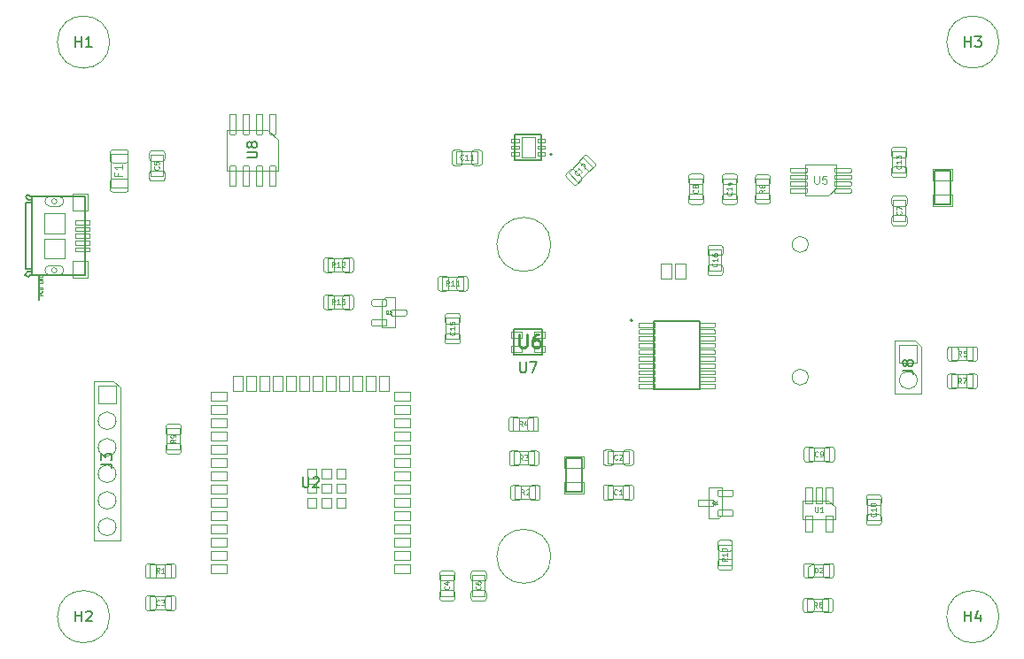
<source format=gbr>
G04 #@! TF.GenerationSoftware,KiCad,Pcbnew,6.0.11-2627ca5db0~126~ubuntu20.04.1*
G04 #@! TF.CreationDate,2023-04-04T17:10:53-04:00*
G04 #@! TF.ProjectId,water_meter,77617465-725f-46d6-9574-65722e6b6963,rev?*
G04 #@! TF.SameCoordinates,Original*
G04 #@! TF.FileFunction,AssemblyDrawing,Top*
%FSLAX46Y46*%
G04 Gerber Fmt 4.6, Leading zero omitted, Abs format (unit mm)*
G04 Created by KiCad (PCBNEW 6.0.11-2627ca5db0~126~ubuntu20.04.1) date 2023-04-04 17:10:53*
%MOMM*%
%LPD*%
G01*
G04 APERTURE LIST*
%ADD10C,0.150000*%
%ADD11C,0.120000*%
%ADD12C,0.080000*%
%ADD13C,0.254000*%
%ADD14C,0.050000*%
%ADD15C,0.075000*%
%ADD16C,0.110000*%
%ADD17C,0.100000*%
%ADD18C,0.127000*%
%ADD19C,0.200000*%
%ADD20C,0.100000*%
G04 #@! TD*
G04 APERTURE END LIST*
D10*
X130463333Y-99246666D02*
X131256666Y-99246666D01*
X131350000Y-99200000D01*
X131396666Y-99153333D01*
X131443333Y-99060000D01*
X131443333Y-98873333D01*
X131396666Y-98780000D01*
X131350000Y-98733333D01*
X131256666Y-98686666D01*
X130463333Y-98686666D01*
X130883333Y-98080000D02*
X130836666Y-98173333D01*
X130790000Y-98220000D01*
X130696666Y-98266666D01*
X130650000Y-98266666D01*
X130556666Y-98220000D01*
X130510000Y-98173333D01*
X130463333Y-98080000D01*
X130463333Y-97893333D01*
X130510000Y-97800000D01*
X130556666Y-97753333D01*
X130650000Y-97706666D01*
X130696666Y-97706666D01*
X130790000Y-97753333D01*
X130836666Y-97800000D01*
X130883333Y-97893333D01*
X130883333Y-98080000D01*
X130930000Y-98173333D01*
X130976666Y-98220000D01*
X131070000Y-98266666D01*
X131256666Y-98266666D01*
X131350000Y-98220000D01*
X131396666Y-98173333D01*
X131443333Y-98080000D01*
X131443333Y-97893333D01*
X131396666Y-97800000D01*
X131350000Y-97753333D01*
X131256666Y-97706666D01*
X131070000Y-97706666D01*
X130976666Y-97753333D01*
X130930000Y-97800000D01*
X130883333Y-97893333D01*
X135798095Y-129782380D02*
X135798095Y-130591904D01*
X135845714Y-130687142D01*
X135893333Y-130734761D01*
X135988571Y-130782380D01*
X136179047Y-130782380D01*
X136274285Y-130734761D01*
X136321904Y-130687142D01*
X136369523Y-130591904D01*
X136369523Y-129782380D01*
X136798095Y-129877619D02*
X136845714Y-129830000D01*
X136940952Y-129782380D01*
X137179047Y-129782380D01*
X137274285Y-129830000D01*
X137321904Y-129877619D01*
X137369523Y-129972857D01*
X137369523Y-130068095D01*
X137321904Y-130210952D01*
X136750476Y-130782380D01*
X137369523Y-130782380D01*
D11*
X118168607Y-100726666D02*
X118168607Y-100993333D01*
X118587654Y-100993333D02*
X117787654Y-100993333D01*
X117787654Y-100612380D01*
X118587654Y-99888571D02*
X118587654Y-100345714D01*
X118587654Y-100117142D02*
X117787654Y-100117142D01*
X117901940Y-100193333D01*
X117978130Y-100269523D01*
X118016226Y-100345714D01*
D12*
X184720952Y-138956190D02*
X184720952Y-138456190D01*
X184840000Y-138456190D01*
X184911428Y-138480000D01*
X184959047Y-138527619D01*
X184982857Y-138575238D01*
X185006666Y-138670476D01*
X185006666Y-138741904D01*
X184982857Y-138837142D01*
X184959047Y-138884761D01*
X184911428Y-138932380D01*
X184840000Y-138956190D01*
X184720952Y-138956190D01*
X185197142Y-138503809D02*
X185220952Y-138480000D01*
X185268571Y-138456190D01*
X185387619Y-138456190D01*
X185435238Y-138480000D01*
X185459047Y-138503809D01*
X185482857Y-138551428D01*
X185482857Y-138599047D01*
X185459047Y-138670476D01*
X185173333Y-138956190D01*
X185482857Y-138956190D01*
X138870571Y-113256190D02*
X138703904Y-113018095D01*
X138584857Y-113256190D02*
X138584857Y-112756190D01*
X138775333Y-112756190D01*
X138822952Y-112780000D01*
X138846761Y-112803809D01*
X138870571Y-112851428D01*
X138870571Y-112922857D01*
X138846761Y-112970476D01*
X138822952Y-112994285D01*
X138775333Y-113018095D01*
X138584857Y-113018095D01*
X139346761Y-113256190D02*
X139061047Y-113256190D01*
X139203904Y-113256190D02*
X139203904Y-112756190D01*
X139156285Y-112827619D01*
X139108666Y-112875238D01*
X139061047Y-112899047D01*
X139513428Y-112756190D02*
X139822952Y-112756190D01*
X139656285Y-112946666D01*
X139727714Y-112946666D01*
X139775333Y-112970476D01*
X139799142Y-112994285D01*
X139822952Y-113041904D01*
X139822952Y-113160952D01*
X139799142Y-113208571D01*
X139775333Y-113232380D01*
X139727714Y-113256190D01*
X139584857Y-113256190D01*
X139537238Y-113232380D01*
X139513428Y-113208571D01*
X138870571Y-109700190D02*
X138703904Y-109462095D01*
X138584857Y-109700190D02*
X138584857Y-109200190D01*
X138775333Y-109200190D01*
X138822952Y-109224000D01*
X138846761Y-109247809D01*
X138870571Y-109295428D01*
X138870571Y-109366857D01*
X138846761Y-109414476D01*
X138822952Y-109438285D01*
X138775333Y-109462095D01*
X138584857Y-109462095D01*
X139346761Y-109700190D02*
X139061047Y-109700190D01*
X139203904Y-109700190D02*
X139203904Y-109200190D01*
X139156285Y-109271619D01*
X139108666Y-109319238D01*
X139061047Y-109343047D01*
X139537238Y-109247809D02*
X139561047Y-109224000D01*
X139608666Y-109200190D01*
X139727714Y-109200190D01*
X139775333Y-109224000D01*
X139799142Y-109247809D01*
X139822952Y-109295428D01*
X139822952Y-109343047D01*
X139799142Y-109414476D01*
X139513428Y-109700190D01*
X139822952Y-109700190D01*
X149792571Y-111478190D02*
X149625904Y-111240095D01*
X149506857Y-111478190D02*
X149506857Y-110978190D01*
X149697333Y-110978190D01*
X149744952Y-111002000D01*
X149768761Y-111025809D01*
X149792571Y-111073428D01*
X149792571Y-111144857D01*
X149768761Y-111192476D01*
X149744952Y-111216285D01*
X149697333Y-111240095D01*
X149506857Y-111240095D01*
X150268761Y-111478190D02*
X149983047Y-111478190D01*
X150125904Y-111478190D02*
X150125904Y-110978190D01*
X150078285Y-111049619D01*
X150030666Y-111097238D01*
X149983047Y-111121047D01*
X150744952Y-111478190D02*
X150459238Y-111478190D01*
X150602095Y-111478190D02*
X150602095Y-110978190D01*
X150554476Y-111049619D01*
X150506857Y-111097238D01*
X150459238Y-111121047D01*
X176366190Y-137571428D02*
X176128095Y-137738095D01*
X176366190Y-137857142D02*
X175866190Y-137857142D01*
X175866190Y-137666666D01*
X175890000Y-137619047D01*
X175913809Y-137595238D01*
X175961428Y-137571428D01*
X176032857Y-137571428D01*
X176080476Y-137595238D01*
X176104285Y-137619047D01*
X176128095Y-137666666D01*
X176128095Y-137857142D01*
X176366190Y-137095238D02*
X176366190Y-137380952D01*
X176366190Y-137238095D02*
X175866190Y-137238095D01*
X175937619Y-137285714D01*
X175985238Y-137333333D01*
X176009047Y-137380952D01*
X175866190Y-136785714D02*
X175866190Y-136738095D01*
X175890000Y-136690476D01*
X175913809Y-136666666D01*
X175961428Y-136642857D01*
X176056666Y-136619047D01*
X176175714Y-136619047D01*
X176270952Y-136642857D01*
X176318571Y-136666666D01*
X176342380Y-136690476D01*
X176366190Y-136738095D01*
X176366190Y-136785714D01*
X176342380Y-136833333D01*
X176318571Y-136857142D01*
X176270952Y-136880952D01*
X176175714Y-136904761D01*
X176056666Y-136904761D01*
X175961428Y-136880952D01*
X175913809Y-136857142D01*
X175890000Y-136833333D01*
X175866190Y-136785714D01*
X123646190Y-126223333D02*
X123408095Y-126390000D01*
X123646190Y-126509047D02*
X123146190Y-126509047D01*
X123146190Y-126318571D01*
X123170000Y-126270952D01*
X123193809Y-126247142D01*
X123241428Y-126223333D01*
X123312857Y-126223333D01*
X123360476Y-126247142D01*
X123384285Y-126270952D01*
X123408095Y-126318571D01*
X123408095Y-126509047D01*
X123646190Y-125985238D02*
X123646190Y-125890000D01*
X123622380Y-125842380D01*
X123598571Y-125818571D01*
X123527142Y-125770952D01*
X123431904Y-125747142D01*
X123241428Y-125747142D01*
X123193809Y-125770952D01*
X123170000Y-125794761D01*
X123146190Y-125842380D01*
X123146190Y-125937619D01*
X123170000Y-125985238D01*
X123193809Y-126009047D01*
X123241428Y-126032857D01*
X123360476Y-126032857D01*
X123408095Y-126009047D01*
X123431904Y-125985238D01*
X123455714Y-125937619D01*
X123455714Y-125842380D01*
X123431904Y-125794761D01*
X123408095Y-125770952D01*
X123360476Y-125747142D01*
X179956190Y-102298333D02*
X179718095Y-102465000D01*
X179956190Y-102584047D02*
X179456190Y-102584047D01*
X179456190Y-102393571D01*
X179480000Y-102345952D01*
X179503809Y-102322142D01*
X179551428Y-102298333D01*
X179622857Y-102298333D01*
X179670476Y-102322142D01*
X179694285Y-102345952D01*
X179718095Y-102393571D01*
X179718095Y-102584047D01*
X179670476Y-102012619D02*
X179646666Y-102060238D01*
X179622857Y-102084047D01*
X179575238Y-102107857D01*
X179551428Y-102107857D01*
X179503809Y-102084047D01*
X179480000Y-102060238D01*
X179456190Y-102012619D01*
X179456190Y-101917380D01*
X179480000Y-101869761D01*
X179503809Y-101845952D01*
X179551428Y-101822142D01*
X179575238Y-101822142D01*
X179622857Y-101845952D01*
X179646666Y-101869761D01*
X179670476Y-101917380D01*
X179670476Y-102012619D01*
X179694285Y-102060238D01*
X179718095Y-102084047D01*
X179765714Y-102107857D01*
X179860952Y-102107857D01*
X179908571Y-102084047D01*
X179932380Y-102060238D01*
X179956190Y-102012619D01*
X179956190Y-101917380D01*
X179932380Y-101869761D01*
X179908571Y-101845952D01*
X179860952Y-101822142D01*
X179765714Y-101822142D01*
X179718095Y-101845952D01*
X179694285Y-101869761D01*
X179670476Y-101917380D01*
X198736666Y-120826190D02*
X198570000Y-120588095D01*
X198450952Y-120826190D02*
X198450952Y-120326190D01*
X198641428Y-120326190D01*
X198689047Y-120350000D01*
X198712857Y-120373809D01*
X198736666Y-120421428D01*
X198736666Y-120492857D01*
X198712857Y-120540476D01*
X198689047Y-120564285D01*
X198641428Y-120588095D01*
X198450952Y-120588095D01*
X198903333Y-120326190D02*
X199236666Y-120326190D01*
X199022380Y-120826190D01*
X184956666Y-142276190D02*
X184790000Y-142038095D01*
X184670952Y-142276190D02*
X184670952Y-141776190D01*
X184861428Y-141776190D01*
X184909047Y-141800000D01*
X184932857Y-141823809D01*
X184956666Y-141871428D01*
X184956666Y-141942857D01*
X184932857Y-141990476D01*
X184909047Y-142014285D01*
X184861428Y-142038095D01*
X184670952Y-142038095D01*
X185385238Y-141776190D02*
X185290000Y-141776190D01*
X185242380Y-141800000D01*
X185218571Y-141823809D01*
X185170952Y-141895238D01*
X185147142Y-141990476D01*
X185147142Y-142180952D01*
X185170952Y-142228571D01*
X185194761Y-142252380D01*
X185242380Y-142276190D01*
X185337619Y-142276190D01*
X185385238Y-142252380D01*
X185409047Y-142228571D01*
X185432857Y-142180952D01*
X185432857Y-142061904D01*
X185409047Y-142014285D01*
X185385238Y-141990476D01*
X185337619Y-141966666D01*
X185242380Y-141966666D01*
X185194761Y-141990476D01*
X185170952Y-142014285D01*
X185147142Y-142061904D01*
X198756666Y-118216190D02*
X198590000Y-117978095D01*
X198470952Y-118216190D02*
X198470952Y-117716190D01*
X198661428Y-117716190D01*
X198709047Y-117740000D01*
X198732857Y-117763809D01*
X198756666Y-117811428D01*
X198756666Y-117882857D01*
X198732857Y-117930476D01*
X198709047Y-117954285D01*
X198661428Y-117978095D01*
X198470952Y-117978095D01*
X199209047Y-117716190D02*
X198970952Y-117716190D01*
X198947142Y-117954285D01*
X198970952Y-117930476D01*
X199018571Y-117906666D01*
X199137619Y-117906666D01*
X199185238Y-117930476D01*
X199209047Y-117954285D01*
X199232857Y-118001904D01*
X199232857Y-118120952D01*
X199209047Y-118168571D01*
X199185238Y-118192380D01*
X199137619Y-118216190D01*
X199018571Y-118216190D01*
X198970952Y-118192380D01*
X198947142Y-118168571D01*
X156786666Y-124936190D02*
X156620000Y-124698095D01*
X156500952Y-124936190D02*
X156500952Y-124436190D01*
X156691428Y-124436190D01*
X156739047Y-124460000D01*
X156762857Y-124483809D01*
X156786666Y-124531428D01*
X156786666Y-124602857D01*
X156762857Y-124650476D01*
X156739047Y-124674285D01*
X156691428Y-124698095D01*
X156500952Y-124698095D01*
X157215238Y-124602857D02*
X157215238Y-124936190D01*
X157096190Y-124412380D02*
X156977142Y-124769523D01*
X157286666Y-124769523D01*
X156859166Y-128191190D02*
X156692500Y-127953095D01*
X156573452Y-128191190D02*
X156573452Y-127691190D01*
X156763928Y-127691190D01*
X156811547Y-127715000D01*
X156835357Y-127738809D01*
X156859166Y-127786428D01*
X156859166Y-127857857D01*
X156835357Y-127905476D01*
X156811547Y-127929285D01*
X156763928Y-127953095D01*
X156573452Y-127953095D01*
X157025833Y-127691190D02*
X157335357Y-127691190D01*
X157168690Y-127881666D01*
X157240119Y-127881666D01*
X157287738Y-127905476D01*
X157311547Y-127929285D01*
X157335357Y-127976904D01*
X157335357Y-128095952D01*
X157311547Y-128143571D01*
X157287738Y-128167380D01*
X157240119Y-128191190D01*
X157097261Y-128191190D01*
X157049642Y-128167380D01*
X157025833Y-128143571D01*
X156959166Y-131491190D02*
X156792500Y-131253095D01*
X156673452Y-131491190D02*
X156673452Y-130991190D01*
X156863928Y-130991190D01*
X156911547Y-131015000D01*
X156935357Y-131038809D01*
X156959166Y-131086428D01*
X156959166Y-131157857D01*
X156935357Y-131205476D01*
X156911547Y-131229285D01*
X156863928Y-131253095D01*
X156673452Y-131253095D01*
X157149642Y-131038809D02*
X157173452Y-131015000D01*
X157221071Y-130991190D01*
X157340119Y-130991190D01*
X157387738Y-131015000D01*
X157411547Y-131038809D01*
X157435357Y-131086428D01*
X157435357Y-131134047D01*
X157411547Y-131205476D01*
X157125833Y-131491190D01*
X157435357Y-131491190D01*
X122109166Y-138986190D02*
X121942500Y-138748095D01*
X121823452Y-138986190D02*
X121823452Y-138486190D01*
X122013928Y-138486190D01*
X122061547Y-138510000D01*
X122085357Y-138533809D01*
X122109166Y-138581428D01*
X122109166Y-138652857D01*
X122085357Y-138700476D01*
X122061547Y-138724285D01*
X122013928Y-138748095D01*
X121823452Y-138748095D01*
X122585357Y-138986190D02*
X122299642Y-138986190D01*
X122442500Y-138986190D02*
X122442500Y-138486190D01*
X122394880Y-138557619D01*
X122347261Y-138605238D01*
X122299642Y-138629047D01*
X175378571Y-109331428D02*
X175402380Y-109355238D01*
X175426190Y-109426666D01*
X175426190Y-109474285D01*
X175402380Y-109545714D01*
X175354761Y-109593333D01*
X175307142Y-109617142D01*
X175211904Y-109640952D01*
X175140476Y-109640952D01*
X175045238Y-109617142D01*
X174997619Y-109593333D01*
X174950000Y-109545714D01*
X174926190Y-109474285D01*
X174926190Y-109426666D01*
X174950000Y-109355238D01*
X174973809Y-109331428D01*
X175426190Y-108855238D02*
X175426190Y-109140952D01*
X175426190Y-108998095D02*
X174926190Y-108998095D01*
X174997619Y-109045714D01*
X175045238Y-109093333D01*
X175069047Y-109140952D01*
X174926190Y-108426666D02*
X174926190Y-108521904D01*
X174950000Y-108569523D01*
X174973809Y-108593333D01*
X175045238Y-108640952D01*
X175140476Y-108664761D01*
X175330952Y-108664761D01*
X175378571Y-108640952D01*
X175402380Y-108617142D01*
X175426190Y-108569523D01*
X175426190Y-108474285D01*
X175402380Y-108426666D01*
X175378571Y-108402857D01*
X175330952Y-108379047D01*
X175211904Y-108379047D01*
X175164285Y-108402857D01*
X175140476Y-108426666D01*
X175116666Y-108474285D01*
X175116666Y-108569523D01*
X175140476Y-108617142D01*
X175164285Y-108640952D01*
X175211904Y-108664761D01*
X150292571Y-115891428D02*
X150316380Y-115915238D01*
X150340190Y-115986666D01*
X150340190Y-116034285D01*
X150316380Y-116105714D01*
X150268761Y-116153333D01*
X150221142Y-116177142D01*
X150125904Y-116200952D01*
X150054476Y-116200952D01*
X149959238Y-116177142D01*
X149911619Y-116153333D01*
X149864000Y-116105714D01*
X149840190Y-116034285D01*
X149840190Y-115986666D01*
X149864000Y-115915238D01*
X149887809Y-115891428D01*
X150340190Y-115415238D02*
X150340190Y-115700952D01*
X150340190Y-115558095D02*
X149840190Y-115558095D01*
X149911619Y-115605714D01*
X149959238Y-115653333D01*
X149983047Y-115700952D01*
X149840190Y-114962857D02*
X149840190Y-115200952D01*
X150078285Y-115224761D01*
X150054476Y-115200952D01*
X150030666Y-115153333D01*
X150030666Y-115034285D01*
X150054476Y-114986666D01*
X150078285Y-114962857D01*
X150125904Y-114939047D01*
X150244952Y-114939047D01*
X150292571Y-114962857D01*
X150316380Y-114986666D01*
X150340190Y-115034285D01*
X150340190Y-115153333D01*
X150316380Y-115200952D01*
X150292571Y-115224761D01*
X176768571Y-102536428D02*
X176792380Y-102560238D01*
X176816190Y-102631666D01*
X176816190Y-102679285D01*
X176792380Y-102750714D01*
X176744761Y-102798333D01*
X176697142Y-102822142D01*
X176601904Y-102845952D01*
X176530476Y-102845952D01*
X176435238Y-102822142D01*
X176387619Y-102798333D01*
X176340000Y-102750714D01*
X176316190Y-102679285D01*
X176316190Y-102631666D01*
X176340000Y-102560238D01*
X176363809Y-102536428D01*
X176816190Y-102060238D02*
X176816190Y-102345952D01*
X176816190Y-102203095D02*
X176316190Y-102203095D01*
X176387619Y-102250714D01*
X176435238Y-102298333D01*
X176459047Y-102345952D01*
X176482857Y-101631666D02*
X176816190Y-101631666D01*
X176292380Y-101750714D02*
X176649523Y-101869761D01*
X176649523Y-101560238D01*
X192968571Y-99961428D02*
X192992380Y-99985238D01*
X193016190Y-100056666D01*
X193016190Y-100104285D01*
X192992380Y-100175714D01*
X192944761Y-100223333D01*
X192897142Y-100247142D01*
X192801904Y-100270952D01*
X192730476Y-100270952D01*
X192635238Y-100247142D01*
X192587619Y-100223333D01*
X192540000Y-100175714D01*
X192516190Y-100104285D01*
X192516190Y-100056666D01*
X192540000Y-99985238D01*
X192563809Y-99961428D01*
X193016190Y-99485238D02*
X193016190Y-99770952D01*
X193016190Y-99628095D02*
X192516190Y-99628095D01*
X192587619Y-99675714D01*
X192635238Y-99723333D01*
X192659047Y-99770952D01*
X192516190Y-99318571D02*
X192516190Y-99009047D01*
X192706666Y-99175714D01*
X192706666Y-99104285D01*
X192730476Y-99056666D01*
X192754285Y-99032857D01*
X192801904Y-99009047D01*
X192920952Y-99009047D01*
X192968571Y-99032857D01*
X192992380Y-99056666D01*
X193016190Y-99104285D01*
X193016190Y-99247142D01*
X192992380Y-99294761D01*
X192968571Y-99318571D01*
X162248984Y-100743553D02*
X162248984Y-100777225D01*
X162215312Y-100844568D01*
X162181641Y-100878240D01*
X162114297Y-100911912D01*
X162046954Y-100911912D01*
X161996446Y-100895076D01*
X161912267Y-100844568D01*
X161861759Y-100794061D01*
X161811251Y-100709881D01*
X161794416Y-100659374D01*
X161794416Y-100592030D01*
X161828087Y-100524687D01*
X161861759Y-100491015D01*
X161929103Y-100457343D01*
X161962774Y-100457343D01*
X162619374Y-100440507D02*
X162417343Y-100642538D01*
X162518358Y-100541522D02*
X162164805Y-100187969D01*
X162181641Y-100272148D01*
X162181641Y-100339492D01*
X162164805Y-100390000D01*
X162434179Y-99985938D02*
X162434179Y-99952267D01*
X162451015Y-99901759D01*
X162535194Y-99817580D01*
X162585702Y-99800744D01*
X162619374Y-99800744D01*
X162669881Y-99817580D01*
X162703553Y-99851251D01*
X162737225Y-99918595D01*
X162737225Y-100322656D01*
X162956091Y-100103790D01*
X151148571Y-99388571D02*
X151124761Y-99412380D01*
X151053333Y-99436190D01*
X151005714Y-99436190D01*
X150934285Y-99412380D01*
X150886666Y-99364761D01*
X150862857Y-99317142D01*
X150839047Y-99221904D01*
X150839047Y-99150476D01*
X150862857Y-99055238D01*
X150886666Y-99007619D01*
X150934285Y-98960000D01*
X151005714Y-98936190D01*
X151053333Y-98936190D01*
X151124761Y-98960000D01*
X151148571Y-98983809D01*
X151624761Y-99436190D02*
X151339047Y-99436190D01*
X151481904Y-99436190D02*
X151481904Y-98936190D01*
X151434285Y-99007619D01*
X151386666Y-99055238D01*
X151339047Y-99079047D01*
X152100952Y-99436190D02*
X151815238Y-99436190D01*
X151958095Y-99436190D02*
X151958095Y-98936190D01*
X151910476Y-99007619D01*
X151862857Y-99055238D01*
X151815238Y-99079047D01*
X190538571Y-133241428D02*
X190562380Y-133265238D01*
X190586190Y-133336666D01*
X190586190Y-133384285D01*
X190562380Y-133455714D01*
X190514761Y-133503333D01*
X190467142Y-133527142D01*
X190371904Y-133550952D01*
X190300476Y-133550952D01*
X190205238Y-133527142D01*
X190157619Y-133503333D01*
X190110000Y-133455714D01*
X190086190Y-133384285D01*
X190086190Y-133336666D01*
X190110000Y-133265238D01*
X190133809Y-133241428D01*
X190586190Y-132765238D02*
X190586190Y-133050952D01*
X190586190Y-132908095D02*
X190086190Y-132908095D01*
X190157619Y-132955714D01*
X190205238Y-133003333D01*
X190229047Y-133050952D01*
X190086190Y-132455714D02*
X190086190Y-132408095D01*
X190110000Y-132360476D01*
X190133809Y-132336666D01*
X190181428Y-132312857D01*
X190276666Y-132289047D01*
X190395714Y-132289047D01*
X190490952Y-132312857D01*
X190538571Y-132336666D01*
X190562380Y-132360476D01*
X190586190Y-132408095D01*
X190586190Y-132455714D01*
X190562380Y-132503333D01*
X190538571Y-132527142D01*
X190490952Y-132550952D01*
X190395714Y-132574761D01*
X190276666Y-132574761D01*
X190181428Y-132550952D01*
X190133809Y-132527142D01*
X190110000Y-132503333D01*
X190086190Y-132455714D01*
X185056666Y-127798571D02*
X185032857Y-127822380D01*
X184961428Y-127846190D01*
X184913809Y-127846190D01*
X184842380Y-127822380D01*
X184794761Y-127774761D01*
X184770952Y-127727142D01*
X184747142Y-127631904D01*
X184747142Y-127560476D01*
X184770952Y-127465238D01*
X184794761Y-127417619D01*
X184842380Y-127370000D01*
X184913809Y-127346190D01*
X184961428Y-127346190D01*
X185032857Y-127370000D01*
X185056666Y-127393809D01*
X185294761Y-127846190D02*
X185390000Y-127846190D01*
X185437619Y-127822380D01*
X185461428Y-127798571D01*
X185509047Y-127727142D01*
X185532857Y-127631904D01*
X185532857Y-127441428D01*
X185509047Y-127393809D01*
X185485238Y-127370000D01*
X185437619Y-127346190D01*
X185342380Y-127346190D01*
X185294761Y-127370000D01*
X185270952Y-127393809D01*
X185247142Y-127441428D01*
X185247142Y-127560476D01*
X185270952Y-127608095D01*
X185294761Y-127631904D01*
X185342380Y-127655714D01*
X185437619Y-127655714D01*
X185485238Y-127631904D01*
X185509047Y-127608095D01*
X185532857Y-127560476D01*
X173548571Y-102298333D02*
X173572380Y-102322142D01*
X173596190Y-102393571D01*
X173596190Y-102441190D01*
X173572380Y-102512619D01*
X173524761Y-102560238D01*
X173477142Y-102584047D01*
X173381904Y-102607857D01*
X173310476Y-102607857D01*
X173215238Y-102584047D01*
X173167619Y-102560238D01*
X173120000Y-102512619D01*
X173096190Y-102441190D01*
X173096190Y-102393571D01*
X173120000Y-102322142D01*
X173143809Y-102298333D01*
X173310476Y-102012619D02*
X173286666Y-102060238D01*
X173262857Y-102084047D01*
X173215238Y-102107857D01*
X173191428Y-102107857D01*
X173143809Y-102084047D01*
X173120000Y-102060238D01*
X173096190Y-102012619D01*
X173096190Y-101917380D01*
X173120000Y-101869761D01*
X173143809Y-101845952D01*
X173191428Y-101822142D01*
X173215238Y-101822142D01*
X173262857Y-101845952D01*
X173286666Y-101869761D01*
X173310476Y-101917380D01*
X173310476Y-102012619D01*
X173334285Y-102060238D01*
X173358095Y-102084047D01*
X173405714Y-102107857D01*
X173500952Y-102107857D01*
X173548571Y-102084047D01*
X173572380Y-102060238D01*
X173596190Y-102012619D01*
X173596190Y-101917380D01*
X173572380Y-101869761D01*
X173548571Y-101845952D01*
X173500952Y-101822142D01*
X173405714Y-101822142D01*
X173358095Y-101845952D01*
X173334285Y-101869761D01*
X173310476Y-101917380D01*
X192978571Y-104373333D02*
X193002380Y-104397142D01*
X193026190Y-104468571D01*
X193026190Y-104516190D01*
X193002380Y-104587619D01*
X192954761Y-104635238D01*
X192907142Y-104659047D01*
X192811904Y-104682857D01*
X192740476Y-104682857D01*
X192645238Y-104659047D01*
X192597619Y-104635238D01*
X192550000Y-104587619D01*
X192526190Y-104516190D01*
X192526190Y-104468571D01*
X192550000Y-104397142D01*
X192573809Y-104373333D01*
X192526190Y-104206666D02*
X192526190Y-103873333D01*
X193026190Y-104087619D01*
X152768571Y-140253333D02*
X152792380Y-140277142D01*
X152816190Y-140348571D01*
X152816190Y-140396190D01*
X152792380Y-140467619D01*
X152744761Y-140515238D01*
X152697142Y-140539047D01*
X152601904Y-140562857D01*
X152530476Y-140562857D01*
X152435238Y-140539047D01*
X152387619Y-140515238D01*
X152340000Y-140467619D01*
X152316190Y-140396190D01*
X152316190Y-140348571D01*
X152340000Y-140277142D01*
X152363809Y-140253333D01*
X152316190Y-139824761D02*
X152316190Y-139920000D01*
X152340000Y-139967619D01*
X152363809Y-139991428D01*
X152435238Y-140039047D01*
X152530476Y-140062857D01*
X152720952Y-140062857D01*
X152768571Y-140039047D01*
X152792380Y-140015238D01*
X152816190Y-139967619D01*
X152816190Y-139872380D01*
X152792380Y-139824761D01*
X152768571Y-139800952D01*
X152720952Y-139777142D01*
X152601904Y-139777142D01*
X152554285Y-139800952D01*
X152530476Y-139824761D01*
X152506666Y-139872380D01*
X152506666Y-139967619D01*
X152530476Y-140015238D01*
X152554285Y-140039047D01*
X152601904Y-140062857D01*
X122028571Y-100073333D02*
X122052380Y-100097142D01*
X122076190Y-100168571D01*
X122076190Y-100216190D01*
X122052380Y-100287619D01*
X122004761Y-100335238D01*
X121957142Y-100359047D01*
X121861904Y-100382857D01*
X121790476Y-100382857D01*
X121695238Y-100359047D01*
X121647619Y-100335238D01*
X121600000Y-100287619D01*
X121576190Y-100216190D01*
X121576190Y-100168571D01*
X121600000Y-100097142D01*
X121623809Y-100073333D01*
X121576190Y-99620952D02*
X121576190Y-99859047D01*
X121814285Y-99882857D01*
X121790476Y-99859047D01*
X121766666Y-99811428D01*
X121766666Y-99692380D01*
X121790476Y-99644761D01*
X121814285Y-99620952D01*
X121861904Y-99597142D01*
X121980952Y-99597142D01*
X122028571Y-99620952D01*
X122052380Y-99644761D01*
X122076190Y-99692380D01*
X122076190Y-99811428D01*
X122052380Y-99859047D01*
X122028571Y-99882857D01*
X149768571Y-140253333D02*
X149792380Y-140277142D01*
X149816190Y-140348571D01*
X149816190Y-140396190D01*
X149792380Y-140467619D01*
X149744761Y-140515238D01*
X149697142Y-140539047D01*
X149601904Y-140562857D01*
X149530476Y-140562857D01*
X149435238Y-140539047D01*
X149387619Y-140515238D01*
X149340000Y-140467619D01*
X149316190Y-140396190D01*
X149316190Y-140348571D01*
X149340000Y-140277142D01*
X149363809Y-140253333D01*
X149482857Y-139824761D02*
X149816190Y-139824761D01*
X149292380Y-139943809D02*
X149649523Y-140062857D01*
X149649523Y-139753333D01*
X122109166Y-142018571D02*
X122085357Y-142042380D01*
X122013928Y-142066190D01*
X121966309Y-142066190D01*
X121894880Y-142042380D01*
X121847261Y-141994761D01*
X121823452Y-141947142D01*
X121799642Y-141851904D01*
X121799642Y-141780476D01*
X121823452Y-141685238D01*
X121847261Y-141637619D01*
X121894880Y-141590000D01*
X121966309Y-141566190D01*
X122013928Y-141566190D01*
X122085357Y-141590000D01*
X122109166Y-141613809D01*
X122275833Y-141566190D02*
X122585357Y-141566190D01*
X122418690Y-141756666D01*
X122490119Y-141756666D01*
X122537738Y-141780476D01*
X122561547Y-141804285D01*
X122585357Y-141851904D01*
X122585357Y-141970952D01*
X122561547Y-142018571D01*
X122537738Y-142042380D01*
X122490119Y-142066190D01*
X122347261Y-142066190D01*
X122299642Y-142042380D01*
X122275833Y-142018571D01*
X165859166Y-128088571D02*
X165835357Y-128112380D01*
X165763928Y-128136190D01*
X165716309Y-128136190D01*
X165644880Y-128112380D01*
X165597261Y-128064761D01*
X165573452Y-128017142D01*
X165549642Y-127921904D01*
X165549642Y-127850476D01*
X165573452Y-127755238D01*
X165597261Y-127707619D01*
X165644880Y-127660000D01*
X165716309Y-127636190D01*
X165763928Y-127636190D01*
X165835357Y-127660000D01*
X165859166Y-127683809D01*
X166049642Y-127683809D02*
X166073452Y-127660000D01*
X166121071Y-127636190D01*
X166240119Y-127636190D01*
X166287738Y-127660000D01*
X166311547Y-127683809D01*
X166335357Y-127731428D01*
X166335357Y-127779047D01*
X166311547Y-127850476D01*
X166025833Y-128136190D01*
X166335357Y-128136190D01*
X165859166Y-131418571D02*
X165835357Y-131442380D01*
X165763928Y-131466190D01*
X165716309Y-131466190D01*
X165644880Y-131442380D01*
X165597261Y-131394761D01*
X165573452Y-131347142D01*
X165549642Y-131251904D01*
X165549642Y-131180476D01*
X165573452Y-131085238D01*
X165597261Y-131037619D01*
X165644880Y-130990000D01*
X165716309Y-130966190D01*
X165763928Y-130966190D01*
X165835357Y-130990000D01*
X165859166Y-131013809D01*
X166335357Y-131466190D02*
X166049642Y-131466190D01*
X166192500Y-131466190D02*
X166192500Y-130966190D01*
X166144880Y-131037619D01*
X166097261Y-131085238D01*
X166049642Y-131109047D01*
D10*
X156588095Y-118802380D02*
X156588095Y-119611904D01*
X156635714Y-119707142D01*
X156683333Y-119754761D01*
X156778571Y-119802380D01*
X156969047Y-119802380D01*
X157064285Y-119754761D01*
X157111904Y-119707142D01*
X157159523Y-119611904D01*
X157159523Y-118802380D01*
X157540476Y-118802380D02*
X158207142Y-118802380D01*
X157778571Y-119802380D01*
D13*
X156507380Y-116154523D02*
X156507380Y-117182619D01*
X156567857Y-117303571D01*
X156628333Y-117364047D01*
X156749285Y-117424523D01*
X156991190Y-117424523D01*
X157112142Y-117364047D01*
X157172619Y-117303571D01*
X157233095Y-117182619D01*
X157233095Y-116154523D01*
X158382142Y-116154523D02*
X158140238Y-116154523D01*
X158019285Y-116215000D01*
X157958809Y-116275476D01*
X157837857Y-116456904D01*
X157777380Y-116698809D01*
X157777380Y-117182619D01*
X157837857Y-117303571D01*
X157898333Y-117364047D01*
X158019285Y-117424523D01*
X158261190Y-117424523D01*
X158382142Y-117364047D01*
X158442619Y-117303571D01*
X158503095Y-117182619D01*
X158503095Y-116880238D01*
X158442619Y-116759285D01*
X158382142Y-116698809D01*
X158261190Y-116638333D01*
X158019285Y-116638333D01*
X157898333Y-116698809D01*
X157837857Y-116759285D01*
X157777380Y-116880238D01*
D14*
X143987523Y-114221238D02*
X143957047Y-114206000D01*
X143926571Y-114175523D01*
X143880857Y-114129809D01*
X143850380Y-114114571D01*
X143819904Y-114114571D01*
X143835142Y-114190761D02*
X143804666Y-114175523D01*
X143774190Y-114145047D01*
X143758952Y-114084095D01*
X143758952Y-113977428D01*
X143774190Y-113916476D01*
X143804666Y-113886000D01*
X143835142Y-113870761D01*
X143896095Y-113870761D01*
X143926571Y-113886000D01*
X143957047Y-113916476D01*
X143972285Y-113977428D01*
X143972285Y-114084095D01*
X143957047Y-114145047D01*
X143926571Y-114175523D01*
X143896095Y-114190761D01*
X143835142Y-114190761D01*
X144094190Y-113901238D02*
X144109428Y-113886000D01*
X144139904Y-113870761D01*
X144216095Y-113870761D01*
X144246571Y-113886000D01*
X144261809Y-113901238D01*
X144277047Y-113931714D01*
X144277047Y-113962190D01*
X144261809Y-114007904D01*
X144078952Y-114190761D01*
X144277047Y-114190761D01*
D10*
X114088095Y-143612380D02*
X114088095Y-142612380D01*
X114088095Y-143088571D02*
X114659523Y-143088571D01*
X114659523Y-143612380D02*
X114659523Y-142612380D01*
X115088095Y-142707619D02*
X115135714Y-142660000D01*
X115230952Y-142612380D01*
X115469047Y-142612380D01*
X115564285Y-142660000D01*
X115611904Y-142707619D01*
X115659523Y-142802857D01*
X115659523Y-142898095D01*
X115611904Y-143040952D01*
X115040476Y-143612380D01*
X115659523Y-143612380D01*
X199088095Y-88612380D02*
X199088095Y-87612380D01*
X199088095Y-88088571D02*
X199659523Y-88088571D01*
X199659523Y-88612380D02*
X199659523Y-87612380D01*
X200040476Y-87612380D02*
X200659523Y-87612380D01*
X200326190Y-87993333D01*
X200469047Y-87993333D01*
X200564285Y-88040952D01*
X200611904Y-88088571D01*
X200659523Y-88183809D01*
X200659523Y-88421904D01*
X200611904Y-88517142D01*
X200564285Y-88564761D01*
X200469047Y-88612380D01*
X200183333Y-88612380D01*
X200088095Y-88564761D01*
X200040476Y-88517142D01*
X199088095Y-143612380D02*
X199088095Y-142612380D01*
X199088095Y-143088571D02*
X199659523Y-143088571D01*
X199659523Y-143612380D02*
X199659523Y-142612380D01*
X200564285Y-142945714D02*
X200564285Y-143612380D01*
X200326190Y-142564761D02*
X200088095Y-143279047D01*
X200707142Y-143279047D01*
X114088095Y-88612380D02*
X114088095Y-87612380D01*
X114088095Y-88088571D02*
X114659523Y-88088571D01*
X114659523Y-88612380D02*
X114659523Y-87612380D01*
X115659523Y-88612380D02*
X115088095Y-88612380D01*
X115373809Y-88612380D02*
X115373809Y-87612380D01*
X115278571Y-87755238D01*
X115183333Y-87850476D01*
X115088095Y-87898095D01*
D12*
X110907261Y-112453845D02*
X110587261Y-112453845D01*
X110587261Y-112331940D01*
X110602500Y-112301464D01*
X110617738Y-112286226D01*
X110648214Y-112270988D01*
X110693928Y-112270988D01*
X110724404Y-112286226D01*
X110739642Y-112301464D01*
X110754880Y-112331940D01*
X110754880Y-112453845D01*
X110876785Y-111950988D02*
X110892023Y-111966226D01*
X110907261Y-112011940D01*
X110907261Y-112042416D01*
X110892023Y-112088130D01*
X110861547Y-112118607D01*
X110831071Y-112133845D01*
X110770119Y-112149083D01*
X110724404Y-112149083D01*
X110663452Y-112133845D01*
X110632976Y-112118607D01*
X110602500Y-112088130D01*
X110587261Y-112042416D01*
X110587261Y-112011940D01*
X110602500Y-111966226D01*
X110617738Y-111950988D01*
X110739642Y-111707178D02*
X110754880Y-111661464D01*
X110770119Y-111646226D01*
X110800595Y-111630988D01*
X110846309Y-111630988D01*
X110876785Y-111646226D01*
X110892023Y-111661464D01*
X110907261Y-111691940D01*
X110907261Y-111813845D01*
X110587261Y-111813845D01*
X110587261Y-111707178D01*
X110602500Y-111676702D01*
X110617738Y-111661464D01*
X110648214Y-111646226D01*
X110678690Y-111646226D01*
X110709166Y-111661464D01*
X110724404Y-111676702D01*
X110739642Y-111707178D01*
X110739642Y-111813845D01*
X110739642Y-111250035D02*
X110739642Y-111143369D01*
X110907261Y-111097654D02*
X110907261Y-111250035D01*
X110587261Y-111250035D01*
X110587261Y-111097654D01*
X110907261Y-110960511D02*
X110587261Y-110960511D01*
X110907261Y-110777654D01*
X110587261Y-110777654D01*
X110907261Y-110625273D02*
X110587261Y-110625273D01*
X110587261Y-110549083D01*
X110602500Y-110503369D01*
X110632976Y-110472892D01*
X110663452Y-110457654D01*
X110724404Y-110442416D01*
X110770119Y-110442416D01*
X110831071Y-110457654D01*
X110861547Y-110472892D01*
X110892023Y-110503369D01*
X110907261Y-110549083D01*
X110907261Y-110625273D01*
D10*
X116555713Y-128563333D02*
X117269999Y-128563333D01*
X117412856Y-128610952D01*
X117508094Y-128706190D01*
X117555713Y-128849047D01*
X117555713Y-128944285D01*
X116555713Y-128182380D02*
X116555713Y-127563333D01*
X116936666Y-127896666D01*
X116936666Y-127753809D01*
X116984285Y-127658571D01*
X117031904Y-127610952D01*
X117127142Y-127563333D01*
X117365237Y-127563333D01*
X117460475Y-127610952D01*
X117508094Y-127658571D01*
X117555713Y-127753809D01*
X117555713Y-128039523D01*
X117508094Y-128134761D01*
X117460475Y-128182380D01*
D15*
X184759047Y-132646190D02*
X184759047Y-133050952D01*
X184782857Y-133098571D01*
X184806666Y-133122380D01*
X184854285Y-133146190D01*
X184949523Y-133146190D01*
X184997142Y-133122380D01*
X185020952Y-133098571D01*
X185044761Y-133050952D01*
X185044761Y-132646190D01*
X185544761Y-133146190D02*
X185259047Y-133146190D01*
X185401904Y-133146190D02*
X185401904Y-132646190D01*
X185354285Y-132717619D01*
X185306666Y-132765238D01*
X185259047Y-132789047D01*
D10*
X193142380Y-119583333D02*
X193856666Y-119583333D01*
X193999523Y-119630952D01*
X194094761Y-119726190D01*
X194142380Y-119869047D01*
X194142380Y-119964285D01*
X193570952Y-118964285D02*
X193523333Y-119059523D01*
X193475714Y-119107142D01*
X193380476Y-119154761D01*
X193332857Y-119154761D01*
X193237619Y-119107142D01*
X193190000Y-119059523D01*
X193142380Y-118964285D01*
X193142380Y-118773809D01*
X193190000Y-118678571D01*
X193237619Y-118630952D01*
X193332857Y-118583333D01*
X193380476Y-118583333D01*
X193475714Y-118630952D01*
X193523333Y-118678571D01*
X193570952Y-118773809D01*
X193570952Y-118964285D01*
X193618571Y-119059523D01*
X193666190Y-119107142D01*
X193761428Y-119154761D01*
X193951904Y-119154761D01*
X194047142Y-119107142D01*
X194094761Y-119059523D01*
X194142380Y-118964285D01*
X194142380Y-118773809D01*
X194094761Y-118678571D01*
X194047142Y-118630952D01*
X193951904Y-118583333D01*
X193761428Y-118583333D01*
X193666190Y-118630952D01*
X193618571Y-118678571D01*
X193570952Y-118773809D01*
D14*
X175199523Y-132445238D02*
X175169047Y-132430000D01*
X175138571Y-132399523D01*
X175092857Y-132353809D01*
X175062380Y-132338571D01*
X175031904Y-132338571D01*
X175047142Y-132414761D02*
X175016666Y-132399523D01*
X174986190Y-132369047D01*
X174970952Y-132308095D01*
X174970952Y-132201428D01*
X174986190Y-132140476D01*
X175016666Y-132110000D01*
X175047142Y-132094761D01*
X175108095Y-132094761D01*
X175138571Y-132110000D01*
X175169047Y-132140476D01*
X175184285Y-132201428D01*
X175184285Y-132308095D01*
X175169047Y-132369047D01*
X175138571Y-132399523D01*
X175108095Y-132414761D01*
X175047142Y-132414761D01*
X175489047Y-132414761D02*
X175306190Y-132414761D01*
X175397619Y-132414761D02*
X175397619Y-132094761D01*
X175367142Y-132140476D01*
X175336666Y-132170952D01*
X175306190Y-132186190D01*
D16*
X184718571Y-100974285D02*
X184718571Y-101581428D01*
X184754285Y-101652857D01*
X184790000Y-101688571D01*
X184861428Y-101724285D01*
X185004285Y-101724285D01*
X185075714Y-101688571D01*
X185111428Y-101652857D01*
X185147142Y-101581428D01*
X185147142Y-100974285D01*
X185861428Y-100974285D02*
X185504285Y-100974285D01*
X185468571Y-101331428D01*
X185504285Y-101295714D01*
X185575714Y-101260000D01*
X185754285Y-101260000D01*
X185825714Y-101295714D01*
X185861428Y-101331428D01*
X185897142Y-101402857D01*
X185897142Y-101581428D01*
X185861428Y-101652857D01*
X185825714Y-101688571D01*
X185754285Y-101724285D01*
X185575714Y-101724285D01*
X185504285Y-101688571D01*
X185468571Y-101652857D01*
D17*
X133450000Y-97525000D02*
X133450000Y-100450000D01*
X128550000Y-96550000D02*
X132475000Y-96550000D01*
X132475000Y-96550000D02*
X133450000Y-97525000D01*
X128550000Y-100450000D02*
X128550000Y-96550000D01*
X133450000Y-100450000D02*
X128550000Y-100450000D01*
D18*
X169350000Y-121400000D02*
X173750000Y-121400000D01*
X169350000Y-114900000D02*
X173750000Y-114900000D01*
X173750000Y-114900000D02*
X173750000Y-121400000D01*
X169350000Y-114900000D02*
X169350000Y-121400000D01*
D19*
X167305000Y-114815000D02*
G75*
G03*
X167305000Y-114815000I-100000J0D01*
G01*
D17*
X119025750Y-98860000D02*
X119025750Y-102060000D01*
X117425750Y-98860000D02*
X119025750Y-98860000D01*
X119025750Y-102060000D02*
X117425750Y-102060000D01*
X117425750Y-102060000D02*
X117425750Y-98860000D01*
X184090000Y-139330000D02*
X186090000Y-139330000D01*
X186090000Y-138130000D02*
X184390000Y-138130000D01*
X184390000Y-138130000D02*
X184090000Y-138430000D01*
X184090000Y-138430000D02*
X184090000Y-139330000D01*
X186090000Y-139330000D02*
X186090000Y-138130000D01*
D18*
X160992500Y-128015000D02*
X160992500Y-131215000D01*
X162492500Y-128015000D02*
X160992500Y-128015000D01*
X162492500Y-131215000D02*
X160992500Y-131215000D01*
X162492500Y-128015000D02*
X162492500Y-131215000D01*
X196190000Y-100475000D02*
X196190000Y-103675000D01*
X197690000Y-100475000D02*
X196190000Y-100475000D01*
X197690000Y-103675000D02*
X196190000Y-103675000D01*
X197690000Y-100475000D02*
X197690000Y-103675000D01*
D17*
X138192000Y-113655000D02*
X138192000Y-112405000D01*
X140192000Y-113655000D02*
X138192000Y-113655000D01*
X140192000Y-112405000D02*
X140192000Y-113655000D01*
X138192000Y-112405000D02*
X140192000Y-112405000D01*
X140192000Y-108849000D02*
X140192000Y-110099000D01*
X138192000Y-108849000D02*
X140192000Y-108849000D01*
X138192000Y-110099000D02*
X138192000Y-108849000D01*
X140192000Y-110099000D02*
X138192000Y-110099000D01*
X151114000Y-110627000D02*
X151114000Y-111877000D01*
X149114000Y-110627000D02*
X151114000Y-110627000D01*
X149114000Y-111877000D02*
X149114000Y-110627000D01*
X151114000Y-111877000D02*
X149114000Y-111877000D01*
X176765000Y-138250000D02*
X175515000Y-138250000D01*
X176765000Y-136250000D02*
X176765000Y-138250000D01*
X175515000Y-136250000D02*
X176765000Y-136250000D01*
X175515000Y-138250000D02*
X175515000Y-136250000D01*
X124045000Y-127140000D02*
X122795000Y-127140000D01*
X124045000Y-125140000D02*
X124045000Y-127140000D01*
X122795000Y-125140000D02*
X124045000Y-125140000D01*
X122795000Y-127140000D02*
X122795000Y-125140000D01*
X179105000Y-101215000D02*
X180355000Y-101215000D01*
X179105000Y-103215000D02*
X179105000Y-101215000D01*
X180355000Y-103215000D02*
X179105000Y-103215000D01*
X180355000Y-101215000D02*
X180355000Y-103215000D01*
X197820000Y-121225000D02*
X197820000Y-119975000D01*
X199820000Y-121225000D02*
X197820000Y-121225000D01*
X199820000Y-119975000D02*
X199820000Y-121225000D01*
X197820000Y-119975000D02*
X199820000Y-119975000D01*
X184040000Y-142675000D02*
X184040000Y-141425000D01*
X186040000Y-142675000D02*
X184040000Y-142675000D01*
X186040000Y-141425000D02*
X186040000Y-142675000D01*
X184040000Y-141425000D02*
X186040000Y-141425000D01*
X197840000Y-118615000D02*
X197840000Y-117365000D01*
X199840000Y-118615000D02*
X197840000Y-118615000D01*
X199840000Y-117365000D02*
X199840000Y-118615000D01*
X197840000Y-117365000D02*
X199840000Y-117365000D01*
X155870000Y-125335000D02*
X155870000Y-124085000D01*
X157870000Y-125335000D02*
X155870000Y-125335000D01*
X157870000Y-124085000D02*
X157870000Y-125335000D01*
X155870000Y-124085000D02*
X157870000Y-124085000D01*
X155942500Y-128590000D02*
X155942500Y-127340000D01*
X157942500Y-128590000D02*
X155942500Y-128590000D01*
X157942500Y-127340000D02*
X157942500Y-128590000D01*
X155942500Y-127340000D02*
X157942500Y-127340000D01*
X156042500Y-131890000D02*
X156042500Y-130640000D01*
X158042500Y-131890000D02*
X156042500Y-131890000D01*
X158042500Y-130640000D02*
X158042500Y-131890000D01*
X156042500Y-130640000D02*
X158042500Y-130640000D01*
X121192500Y-139385000D02*
X121192500Y-138135000D01*
X123192500Y-139385000D02*
X121192500Y-139385000D01*
X123192500Y-138135000D02*
X123192500Y-139385000D01*
X121192500Y-138135000D02*
X123192500Y-138135000D01*
X175825000Y-108010000D02*
X175825000Y-110010000D01*
X174575000Y-108010000D02*
X175825000Y-108010000D01*
X174575000Y-110010000D02*
X174575000Y-108010000D01*
X175825000Y-110010000D02*
X174575000Y-110010000D01*
X149489000Y-116570000D02*
X149489000Y-114570000D01*
X150739000Y-116570000D02*
X149489000Y-116570000D01*
X150739000Y-114570000D02*
X150739000Y-116570000D01*
X149489000Y-114570000D02*
X150739000Y-114570000D01*
X177215000Y-101215000D02*
X177215000Y-103215000D01*
X175965000Y-101215000D02*
X177215000Y-101215000D01*
X175965000Y-103215000D02*
X175965000Y-101215000D01*
X177215000Y-103215000D02*
X175965000Y-103215000D01*
X193415000Y-98640000D02*
X193415000Y-100640000D01*
X192165000Y-98640000D02*
X193415000Y-98640000D01*
X192165000Y-100640000D02*
X192165000Y-98640000D01*
X193415000Y-100640000D02*
X192165000Y-100640000D01*
X161200951Y-100655165D02*
X162615165Y-99240951D01*
X162084835Y-101539049D02*
X161200951Y-100655165D01*
X163499049Y-100124835D02*
X162084835Y-101539049D01*
X162615165Y-99240951D02*
X163499049Y-100124835D01*
X152470000Y-99835000D02*
X150470000Y-99835000D01*
X152470000Y-98585000D02*
X152470000Y-99835000D01*
X150470000Y-98585000D02*
X152470000Y-98585000D01*
X150470000Y-99835000D02*
X150470000Y-98585000D01*
X189735000Y-133920000D02*
X189735000Y-131920000D01*
X190985000Y-133920000D02*
X189735000Y-133920000D01*
X190985000Y-131920000D02*
X190985000Y-133920000D01*
X189735000Y-131920000D02*
X190985000Y-131920000D01*
X186140000Y-128245000D02*
X184140000Y-128245000D01*
X186140000Y-126995000D02*
X186140000Y-128245000D01*
X184140000Y-126995000D02*
X186140000Y-126995000D01*
X184140000Y-128245000D02*
X184140000Y-126995000D01*
X173995000Y-101215000D02*
X173995000Y-103215000D01*
X172745000Y-101215000D02*
X173995000Y-101215000D01*
X172745000Y-103215000D02*
X172745000Y-101215000D01*
X173995000Y-103215000D02*
X172745000Y-103215000D01*
X192175000Y-105290000D02*
X192175000Y-103290000D01*
X193425000Y-105290000D02*
X192175000Y-105290000D01*
X193425000Y-103290000D02*
X193425000Y-105290000D01*
X192175000Y-103290000D02*
X193425000Y-103290000D01*
X153215000Y-139170000D02*
X153215000Y-141170000D01*
X151965000Y-139170000D02*
X153215000Y-139170000D01*
X151965000Y-141170000D02*
X151965000Y-139170000D01*
X153215000Y-141170000D02*
X151965000Y-141170000D01*
X121225000Y-100990000D02*
X121225000Y-98990000D01*
X122475000Y-100990000D02*
X121225000Y-100990000D01*
X122475000Y-98990000D02*
X122475000Y-100990000D01*
X121225000Y-98990000D02*
X122475000Y-98990000D01*
X150215000Y-139170000D02*
X150215000Y-141170000D01*
X148965000Y-139170000D02*
X150215000Y-139170000D01*
X148965000Y-141170000D02*
X148965000Y-139170000D01*
X150215000Y-141170000D02*
X148965000Y-141170000D01*
X121192500Y-141215000D02*
X123192500Y-141215000D01*
X121192500Y-142465000D02*
X121192500Y-141215000D01*
X123192500Y-142465000D02*
X121192500Y-142465000D01*
X123192500Y-141215000D02*
X123192500Y-142465000D01*
X166942500Y-128535000D02*
X164942500Y-128535000D01*
X166942500Y-127285000D02*
X166942500Y-128535000D01*
X164942500Y-127285000D02*
X166942500Y-127285000D01*
X164942500Y-128535000D02*
X164942500Y-127285000D01*
X166942500Y-131865000D02*
X164942500Y-131865000D01*
X166942500Y-130615000D02*
X166942500Y-131865000D01*
X164942500Y-130615000D02*
X166942500Y-130615000D01*
X164942500Y-131865000D02*
X164942500Y-130615000D01*
D19*
X156000000Y-118050000D02*
X156000000Y-115650000D01*
X158700000Y-118050000D02*
X156000000Y-118050000D01*
X158700000Y-115650000D02*
X158700000Y-118050000D01*
X156000000Y-115650000D02*
X158700000Y-115650000D01*
D17*
X144668000Y-112596000D02*
X144668000Y-115496000D01*
X143368000Y-115496000D02*
X143368000Y-112921000D01*
X143368000Y-112921000D02*
X143693000Y-112596000D01*
X144668000Y-115496000D02*
X143368000Y-115496000D01*
X143693000Y-112596000D02*
X144668000Y-112596000D01*
D18*
X156100000Y-99490000D02*
X156100000Y-96990000D01*
X158600000Y-99490000D02*
X156100000Y-99490000D01*
X158600000Y-96990000D02*
X156100000Y-96990000D01*
X158600000Y-99490000D02*
X158600000Y-96990000D01*
D19*
X159635000Y-98890000D02*
G75*
G03*
X159635000Y-98890000I-100000J0D01*
G01*
D18*
X109912500Y-110505750D02*
X109912500Y-102905750D01*
X109312500Y-103505750D02*
X109312500Y-109905750D01*
X109562500Y-110635750D02*
X109262500Y-110455750D01*
X114962500Y-102905750D02*
X114962500Y-110505750D01*
X109312500Y-109905750D02*
X109862500Y-109905750D01*
X109562500Y-102775750D02*
X109312500Y-102955750D01*
X109962500Y-102905750D02*
X114962500Y-102905750D01*
X110612500Y-110505750D02*
X110612500Y-112855750D01*
X110612500Y-110505750D02*
X109912500Y-110505750D01*
X109862500Y-103505750D02*
X109312500Y-103505750D01*
X114962500Y-110505750D02*
X110612500Y-110505750D01*
X109912500Y-102905750D02*
X109962500Y-102905750D01*
X109562500Y-102775750D02*
G75*
G03*
X109962500Y-102905750I265000J134999D01*
G01*
X109312500Y-102955750D02*
G75*
G03*
X109862500Y-103305750I450000J100000D01*
G01*
X109962500Y-110505750D02*
G75*
G03*
X109562500Y-110635750I-135000J-265000D01*
G01*
X109862500Y-110105750D02*
G75*
G03*
X109262500Y-110455750I-125000J-475000D01*
G01*
D17*
X115833333Y-135850000D02*
X115833333Y-120610000D01*
X118373333Y-121245000D02*
X118373333Y-135850000D01*
X118373333Y-135850000D02*
X115833333Y-135850000D01*
X117738333Y-120610000D02*
X118373333Y-121245000D01*
X115833333Y-120610000D02*
X117738333Y-120610000D01*
X186040000Y-132020000D02*
X186690000Y-132670000D01*
X183590000Y-133820000D02*
X183590000Y-132020000D01*
X186040000Y-132020000D02*
X183590000Y-132020000D01*
X186690000Y-133820000D02*
X186690000Y-132670000D01*
X186690000Y-133820000D02*
X183590000Y-133820000D01*
X192420000Y-121790000D02*
X192420000Y-116710000D01*
X194960000Y-117345000D02*
X194960000Y-121790000D01*
X194960000Y-121790000D02*
X192420000Y-121790000D01*
X192420000Y-116710000D02*
X194325000Y-116710000D01*
X194325000Y-116710000D02*
X194960000Y-117345000D01*
X175880000Y-130820000D02*
X175880000Y-133395000D01*
X175880000Y-133395000D02*
X175555000Y-133720000D01*
X174580000Y-130820000D02*
X175880000Y-130820000D01*
X175555000Y-133720000D02*
X174580000Y-133720000D01*
X174580000Y-133720000D02*
X174580000Y-130820000D01*
X186040000Y-102885000D02*
X183790000Y-102885000D01*
X183790000Y-99885000D02*
X186790000Y-99885000D01*
X186790000Y-99885000D02*
X186790000Y-102135000D01*
X183790000Y-102885000D02*
X183790000Y-99885000D01*
X186790000Y-102135000D02*
X186040000Y-102885000D01*
X184120000Y-120230000D02*
G75*
G03*
X184120000Y-120230000I-765000J0D01*
G01*
X184120000Y-107530000D02*
G75*
G03*
X184120000Y-107530000I-765000J0D01*
G01*
X159522500Y-107530000D02*
G75*
G03*
X159522500Y-107530000I-2587500J0D01*
G01*
X159522500Y-137380000D02*
G75*
G03*
X159522500Y-137380000I-2587500J0D01*
G01*
D20*
D17*
X133055000Y-95050000D02*
X133112403Y-95061418D01*
X133161066Y-95093934D01*
X133193582Y-95142597D01*
X133205000Y-95200000D01*
X133205000Y-96850000D01*
X133193582Y-96907403D01*
X133161066Y-96956066D01*
X133112403Y-96988582D01*
X133055000Y-97000000D01*
X132755000Y-97000000D01*
X132697597Y-96988582D01*
X132648934Y-96956066D01*
X132616418Y-96907403D01*
X132605000Y-96850000D01*
X132605000Y-95200000D01*
X132616418Y-95142597D01*
X132648934Y-95093934D01*
X132697597Y-95061418D01*
X132755000Y-95050000D01*
X133055000Y-95050000D01*
D20*
D17*
X131785000Y-95050000D02*
X131842403Y-95061418D01*
X131891066Y-95093934D01*
X131923582Y-95142597D01*
X131935000Y-95200000D01*
X131935000Y-96850000D01*
X131923582Y-96907403D01*
X131891066Y-96956066D01*
X131842403Y-96988582D01*
X131785000Y-97000000D01*
X131485000Y-97000000D01*
X131427597Y-96988582D01*
X131378934Y-96956066D01*
X131346418Y-96907403D01*
X131335000Y-96850000D01*
X131335000Y-95200000D01*
X131346418Y-95142597D01*
X131378934Y-95093934D01*
X131427597Y-95061418D01*
X131485000Y-95050000D01*
X131785000Y-95050000D01*
D20*
D17*
X130515000Y-95050000D02*
X130572403Y-95061418D01*
X130621066Y-95093934D01*
X130653582Y-95142597D01*
X130665000Y-95200000D01*
X130665000Y-96850000D01*
X130653582Y-96907403D01*
X130621066Y-96956066D01*
X130572403Y-96988582D01*
X130515000Y-97000000D01*
X130215000Y-97000000D01*
X130157597Y-96988582D01*
X130108934Y-96956066D01*
X130076418Y-96907403D01*
X130065000Y-96850000D01*
X130065000Y-95200000D01*
X130076418Y-95142597D01*
X130108934Y-95093934D01*
X130157597Y-95061418D01*
X130215000Y-95050000D01*
X130515000Y-95050000D01*
D20*
D17*
X129245000Y-95050000D02*
X129302403Y-95061418D01*
X129351066Y-95093934D01*
X129383582Y-95142597D01*
X129395000Y-95200000D01*
X129395000Y-96850000D01*
X129383582Y-96907403D01*
X129351066Y-96956066D01*
X129302403Y-96988582D01*
X129245000Y-97000000D01*
X128945000Y-97000000D01*
X128887597Y-96988582D01*
X128838934Y-96956066D01*
X128806418Y-96907403D01*
X128795000Y-96850000D01*
X128795000Y-95200000D01*
X128806418Y-95142597D01*
X128838934Y-95093934D01*
X128887597Y-95061418D01*
X128945000Y-95050000D01*
X129245000Y-95050000D01*
D20*
D17*
X129245000Y-100000000D02*
X129302403Y-100011418D01*
X129351066Y-100043934D01*
X129383582Y-100092597D01*
X129395000Y-100150000D01*
X129395000Y-101800000D01*
X129383582Y-101857403D01*
X129351066Y-101906066D01*
X129302403Y-101938582D01*
X129245000Y-101950000D01*
X128945000Y-101950000D01*
X128887597Y-101938582D01*
X128838934Y-101906066D01*
X128806418Y-101857403D01*
X128795000Y-101800000D01*
X128795000Y-100150000D01*
X128806418Y-100092597D01*
X128838934Y-100043934D01*
X128887597Y-100011418D01*
X128945000Y-100000000D01*
X129245000Y-100000000D01*
D20*
D17*
X130515000Y-100000000D02*
X130572403Y-100011418D01*
X130621066Y-100043934D01*
X130653582Y-100092597D01*
X130665000Y-100150000D01*
X130665000Y-101800000D01*
X130653582Y-101857403D01*
X130621066Y-101906066D01*
X130572403Y-101938582D01*
X130515000Y-101950000D01*
X130215000Y-101950000D01*
X130157597Y-101938582D01*
X130108934Y-101906066D01*
X130076418Y-101857403D01*
X130065000Y-101800000D01*
X130065000Y-100150000D01*
X130076418Y-100092597D01*
X130108934Y-100043934D01*
X130157597Y-100011418D01*
X130215000Y-100000000D01*
X130515000Y-100000000D01*
D20*
D17*
X131785000Y-100000000D02*
X131842403Y-100011418D01*
X131891066Y-100043934D01*
X131923582Y-100092597D01*
X131935000Y-100150000D01*
X131935000Y-101800000D01*
X131923582Y-101857403D01*
X131891066Y-101906066D01*
X131842403Y-101938582D01*
X131785000Y-101950000D01*
X131485000Y-101950000D01*
X131427597Y-101938582D01*
X131378934Y-101906066D01*
X131346418Y-101857403D01*
X131335000Y-101800000D01*
X131335000Y-100150000D01*
X131346418Y-100092597D01*
X131378934Y-100043934D01*
X131427597Y-100011418D01*
X131485000Y-100000000D01*
X131785000Y-100000000D01*
D20*
D17*
X133055000Y-100000000D02*
X133112403Y-100011418D01*
X133161066Y-100043934D01*
X133193582Y-100092597D01*
X133205000Y-100150000D01*
X133205000Y-101800000D01*
X133193582Y-101857403D01*
X133161066Y-101906066D01*
X133112403Y-101938582D01*
X133055000Y-101950000D01*
X132755000Y-101950000D01*
X132697597Y-101938582D01*
X132648934Y-101906066D01*
X132616418Y-101857403D01*
X132605000Y-101800000D01*
X132605000Y-100150000D01*
X132616418Y-100092597D01*
X132648934Y-100043934D01*
X132697597Y-100011418D01*
X132755000Y-100000000D01*
X133055000Y-100000000D01*
X144560000Y-138140000D02*
X144560000Y-139040000D01*
X146060000Y-139040000D01*
X146060000Y-138140000D01*
X144560000Y-138140000D01*
X144560000Y-136870000D02*
X144560000Y-137770000D01*
X146060000Y-137770000D01*
X146060000Y-136870000D01*
X144560000Y-136870000D01*
X144560000Y-135600000D02*
X144560000Y-136500000D01*
X146060000Y-136500000D01*
X146060000Y-135600000D01*
X144560000Y-135600000D01*
X144560000Y-134330000D02*
X144560000Y-135230000D01*
X146060000Y-135230000D01*
X146060000Y-134330000D01*
X144560000Y-134330000D01*
X144560000Y-133060000D02*
X144560000Y-133960000D01*
X146060000Y-133960000D01*
X146060000Y-133060000D01*
X144560000Y-133060000D01*
X144560000Y-131790000D02*
X144560000Y-132690000D01*
X146060000Y-132690000D01*
X146060000Y-131790000D01*
X144560000Y-131790000D01*
X144560000Y-130520000D02*
X144560000Y-131420000D01*
X146060000Y-131420000D01*
X146060000Y-130520000D01*
X144560000Y-130520000D01*
X144560000Y-129250000D02*
X144560000Y-130150000D01*
X146060000Y-130150000D01*
X146060000Y-129250000D01*
X144560000Y-129250000D01*
X144560000Y-127980000D02*
X144560000Y-128880000D01*
X146060000Y-128880000D01*
X146060000Y-127980000D01*
X144560000Y-127980000D01*
X144560000Y-126710000D02*
X144560000Y-127610000D01*
X146060000Y-127610000D01*
X146060000Y-126710000D01*
X144560000Y-126710000D01*
X144560000Y-125440000D02*
X144560000Y-126340000D01*
X146060000Y-126340000D01*
X146060000Y-125440000D01*
X144560000Y-125440000D01*
X144560000Y-124170000D02*
X144560000Y-125070000D01*
X146060000Y-125070000D01*
X146060000Y-124170000D01*
X144560000Y-124170000D01*
X144560000Y-122900000D02*
X144560000Y-123800000D01*
X146060000Y-123800000D01*
X146060000Y-122900000D01*
X144560000Y-122900000D01*
X144560000Y-121630000D02*
X144560000Y-122530000D01*
X146060000Y-122530000D01*
X146060000Y-121630000D01*
X144560000Y-121630000D01*
X143095000Y-120080000D02*
X143095000Y-121580000D01*
X143995000Y-121580000D01*
X143995000Y-120080000D01*
X143095000Y-120080000D01*
X141825000Y-120080000D02*
X141825000Y-121580000D01*
X142725000Y-121580000D01*
X142725000Y-120080000D01*
X141825000Y-120080000D01*
X140555000Y-120080000D02*
X140555000Y-121580000D01*
X141455000Y-121580000D01*
X141455000Y-120080000D01*
X140555000Y-120080000D01*
X139285000Y-120080000D02*
X139285000Y-121580000D01*
X140185000Y-121580000D01*
X140185000Y-120080000D01*
X139285000Y-120080000D01*
X138015000Y-120080000D02*
X138015000Y-121580000D01*
X138915000Y-121580000D01*
X138915000Y-120080000D01*
X138015000Y-120080000D01*
X136745000Y-120080000D02*
X136745000Y-121580000D01*
X137645000Y-121580000D01*
X137645000Y-120080000D01*
X136745000Y-120080000D01*
X135475000Y-120080000D02*
X135475000Y-121580000D01*
X136375000Y-121580000D01*
X136375000Y-120080000D01*
X135475000Y-120080000D01*
X134205000Y-120080000D02*
X134205000Y-121580000D01*
X135105000Y-121580000D01*
X135105000Y-120080000D01*
X134205000Y-120080000D01*
X132935000Y-120080000D02*
X132935000Y-121580000D01*
X133835000Y-121580000D01*
X133835000Y-120080000D01*
X132935000Y-120080000D01*
X131665000Y-120080000D02*
X131665000Y-121580000D01*
X132565000Y-121580000D01*
X132565000Y-120080000D01*
X131665000Y-120080000D01*
X130395000Y-120080000D02*
X130395000Y-121580000D01*
X131295000Y-121580000D01*
X131295000Y-120080000D01*
X130395000Y-120080000D01*
X129125000Y-120080000D02*
X129125000Y-121580000D01*
X130025000Y-121580000D01*
X130025000Y-120080000D01*
X129125000Y-120080000D01*
X127060000Y-121630000D02*
X127060000Y-122530000D01*
X128560000Y-122530000D01*
X128560000Y-121630000D01*
X127060000Y-121630000D01*
X127060000Y-122900000D02*
X127060000Y-123800000D01*
X128560000Y-123800000D01*
X128560000Y-122900000D01*
X127060000Y-122900000D01*
X127060000Y-124170000D02*
X127060000Y-125070000D01*
X128560000Y-125070000D01*
X128560000Y-124170000D01*
X127060000Y-124170000D01*
X127060000Y-125440000D02*
X127060000Y-126340000D01*
X128560000Y-126340000D01*
X128560000Y-125440000D01*
X127060000Y-125440000D01*
X127060000Y-126710000D02*
X127060000Y-127610000D01*
X128560000Y-127610000D01*
X128560000Y-126710000D01*
X127060000Y-126710000D01*
X127060000Y-127980000D02*
X127060000Y-128880000D01*
X128560000Y-128880000D01*
X128560000Y-127980000D01*
X127060000Y-127980000D01*
X127060000Y-129250000D02*
X127060000Y-130150000D01*
X128560000Y-130150000D01*
X128560000Y-129250000D01*
X127060000Y-129250000D01*
X127060000Y-130520000D02*
X127060000Y-131420000D01*
X128560000Y-131420000D01*
X128560000Y-130520000D01*
X127060000Y-130520000D01*
X127060000Y-131790000D02*
X127060000Y-132690000D01*
X128560000Y-132690000D01*
X128560000Y-131790000D01*
X127060000Y-131790000D01*
X127060000Y-133060000D02*
X127060000Y-133960000D01*
X128560000Y-133960000D01*
X128560000Y-133060000D01*
X127060000Y-133060000D01*
X127060000Y-134330000D02*
X127060000Y-135230000D01*
X128560000Y-135230000D01*
X128560000Y-134330000D01*
X127060000Y-134330000D01*
X127060000Y-135600000D02*
X127060000Y-136500000D01*
X128560000Y-136500000D01*
X128560000Y-135600000D01*
X127060000Y-135600000D01*
X127060000Y-136870000D02*
X127060000Y-137770000D01*
X128560000Y-137770000D01*
X128560000Y-136870000D01*
X127060000Y-136870000D01*
X127060000Y-138140000D02*
X127060000Y-139040000D01*
X128560000Y-139040000D01*
X128560000Y-138140000D01*
X127060000Y-138140000D01*
X139010000Y-130420000D02*
X139010000Y-131320000D01*
X139910000Y-131320000D01*
X139910000Y-130420000D01*
X139010000Y-130420000D01*
X137610000Y-129020000D02*
X137610000Y-129920000D01*
X138510000Y-129920000D01*
X138510000Y-129020000D01*
X137610000Y-129020000D01*
X137610000Y-131820000D02*
X137610000Y-132720000D01*
X138510000Y-132720000D01*
X138510000Y-131820000D01*
X137610000Y-131820000D01*
X139010000Y-131820000D02*
X139010000Y-132720000D01*
X139910000Y-132720000D01*
X139910000Y-131820000D01*
X139010000Y-131820000D01*
X136210000Y-129020000D02*
X136210000Y-129920000D01*
X137110000Y-129920000D01*
X137110000Y-129020000D01*
X136210000Y-129020000D01*
X136210000Y-130420000D02*
X136210000Y-131320000D01*
X137110000Y-131320000D01*
X137110000Y-130420000D01*
X136210000Y-130420000D01*
X136210000Y-131820000D02*
X136210000Y-132720000D01*
X137110000Y-132720000D01*
X137110000Y-131820000D01*
X136210000Y-131820000D01*
X139010000Y-129020000D02*
X139010000Y-129920000D01*
X139910000Y-129920000D01*
X139910000Y-129020000D01*
X139010000Y-129020000D01*
X137610000Y-130420000D02*
X137610000Y-131320000D01*
X138510000Y-131320000D01*
X138510000Y-130420000D01*
X137610000Y-130420000D01*
D20*
D17*
X167945000Y-115040500D02*
X167946560Y-115032655D01*
X167951004Y-115026004D01*
X167957655Y-115021560D01*
X167965500Y-115020000D01*
X169404500Y-115020000D01*
X169412345Y-115021560D01*
X169418996Y-115026004D01*
X169423440Y-115032655D01*
X169425000Y-115040500D01*
X169425000Y-115409500D01*
X169423440Y-115417345D01*
X169418996Y-115423996D01*
X169412345Y-115428440D01*
X169404500Y-115430000D01*
X167965500Y-115430000D01*
X167957655Y-115428440D01*
X167951004Y-115423996D01*
X167946560Y-115417345D01*
X167945000Y-115409500D01*
X167945000Y-115040500D01*
D20*
D17*
X167945000Y-115690500D02*
X167946560Y-115682655D01*
X167951004Y-115676004D01*
X167957655Y-115671560D01*
X167965500Y-115670000D01*
X169404500Y-115670000D01*
X169412345Y-115671560D01*
X169418996Y-115676004D01*
X169423440Y-115682655D01*
X169425000Y-115690500D01*
X169425000Y-116059500D01*
X169423440Y-116067345D01*
X169418996Y-116073996D01*
X169412345Y-116078440D01*
X169404500Y-116080000D01*
X167965500Y-116080000D01*
X167957655Y-116078440D01*
X167951004Y-116073996D01*
X167946560Y-116067345D01*
X167945000Y-116059500D01*
X167945000Y-115690500D01*
D20*
D17*
X167945000Y-116340500D02*
X167946560Y-116332655D01*
X167951004Y-116326004D01*
X167957655Y-116321560D01*
X167965500Y-116320000D01*
X169404500Y-116320000D01*
X169412345Y-116321560D01*
X169418996Y-116326004D01*
X169423440Y-116332655D01*
X169425000Y-116340500D01*
X169425000Y-116709500D01*
X169423440Y-116717345D01*
X169418996Y-116723996D01*
X169412345Y-116728440D01*
X169404500Y-116730000D01*
X167965500Y-116730000D01*
X167957655Y-116728440D01*
X167951004Y-116723996D01*
X167946560Y-116717345D01*
X167945000Y-116709500D01*
X167945000Y-116340500D01*
D20*
D17*
X167945000Y-116990500D02*
X167946560Y-116982655D01*
X167951004Y-116976004D01*
X167957655Y-116971560D01*
X167965500Y-116970000D01*
X169404500Y-116970000D01*
X169412345Y-116971560D01*
X169418996Y-116976004D01*
X169423440Y-116982655D01*
X169425000Y-116990500D01*
X169425000Y-117359500D01*
X169423440Y-117367345D01*
X169418996Y-117373996D01*
X169412345Y-117378440D01*
X169404500Y-117380000D01*
X167965500Y-117380000D01*
X167957655Y-117378440D01*
X167951004Y-117373996D01*
X167946560Y-117367345D01*
X167945000Y-117359500D01*
X167945000Y-116990500D01*
D20*
D17*
X167945000Y-117640500D02*
X167946560Y-117632655D01*
X167951004Y-117626004D01*
X167957655Y-117621560D01*
X167965500Y-117620000D01*
X169404500Y-117620000D01*
X169412345Y-117621560D01*
X169418996Y-117626004D01*
X169423440Y-117632655D01*
X169425000Y-117640500D01*
X169425000Y-118009500D01*
X169423440Y-118017345D01*
X169418996Y-118023996D01*
X169412345Y-118028440D01*
X169404500Y-118030000D01*
X167965500Y-118030000D01*
X167957655Y-118028440D01*
X167951004Y-118023996D01*
X167946560Y-118017345D01*
X167945000Y-118009500D01*
X167945000Y-117640500D01*
D20*
D17*
X167945000Y-118290500D02*
X167946560Y-118282655D01*
X167951004Y-118276004D01*
X167957655Y-118271560D01*
X167965500Y-118270000D01*
X169404500Y-118270000D01*
X169412345Y-118271560D01*
X169418996Y-118276004D01*
X169423440Y-118282655D01*
X169425000Y-118290500D01*
X169425000Y-118659500D01*
X169423440Y-118667345D01*
X169418996Y-118673996D01*
X169412345Y-118678440D01*
X169404500Y-118680000D01*
X167965500Y-118680000D01*
X167957655Y-118678440D01*
X167951004Y-118673996D01*
X167946560Y-118667345D01*
X167945000Y-118659500D01*
X167945000Y-118290500D01*
D20*
D17*
X167945000Y-118940500D02*
X167946560Y-118932655D01*
X167951004Y-118926004D01*
X167957655Y-118921560D01*
X167965500Y-118920000D01*
X169404500Y-118920000D01*
X169412345Y-118921560D01*
X169418996Y-118926004D01*
X169423440Y-118932655D01*
X169425000Y-118940500D01*
X169425000Y-119309500D01*
X169423440Y-119317345D01*
X169418996Y-119323996D01*
X169412345Y-119328440D01*
X169404500Y-119330000D01*
X167965500Y-119330000D01*
X167957655Y-119328440D01*
X167951004Y-119323996D01*
X167946560Y-119317345D01*
X167945000Y-119309500D01*
X167945000Y-118940500D01*
D20*
D17*
X167945000Y-119590500D02*
X167946560Y-119582655D01*
X167951004Y-119576004D01*
X167957655Y-119571560D01*
X167965500Y-119570000D01*
X169404500Y-119570000D01*
X169412345Y-119571560D01*
X169418996Y-119576004D01*
X169423440Y-119582655D01*
X169425000Y-119590500D01*
X169425000Y-119959500D01*
X169423440Y-119967345D01*
X169418996Y-119973996D01*
X169412345Y-119978440D01*
X169404500Y-119980000D01*
X167965500Y-119980000D01*
X167957655Y-119978440D01*
X167951004Y-119973996D01*
X167946560Y-119967345D01*
X167945000Y-119959500D01*
X167945000Y-119590500D01*
D20*
D17*
X167945000Y-120240500D02*
X167946560Y-120232655D01*
X167951004Y-120226004D01*
X167957655Y-120221560D01*
X167965500Y-120220000D01*
X169404500Y-120220000D01*
X169412345Y-120221560D01*
X169418996Y-120226004D01*
X169423440Y-120232655D01*
X169425000Y-120240500D01*
X169425000Y-120609500D01*
X169423440Y-120617345D01*
X169418996Y-120623996D01*
X169412345Y-120628440D01*
X169404500Y-120630000D01*
X167965500Y-120630000D01*
X167957655Y-120628440D01*
X167951004Y-120623996D01*
X167946560Y-120617345D01*
X167945000Y-120609500D01*
X167945000Y-120240500D01*
D20*
D17*
X167945000Y-120890500D02*
X167946560Y-120882655D01*
X167951004Y-120876004D01*
X167957655Y-120871560D01*
X167965500Y-120870000D01*
X169404500Y-120870000D01*
X169412345Y-120871560D01*
X169418996Y-120876004D01*
X169423440Y-120882655D01*
X169425000Y-120890500D01*
X169425000Y-121259500D01*
X169423440Y-121267345D01*
X169418996Y-121273996D01*
X169412345Y-121278440D01*
X169404500Y-121280000D01*
X167965500Y-121280000D01*
X167957655Y-121278440D01*
X167951004Y-121273996D01*
X167946560Y-121267345D01*
X167945000Y-121259500D01*
X167945000Y-120890500D01*
D20*
D17*
X173675000Y-120890500D02*
X173676560Y-120882655D01*
X173681004Y-120876004D01*
X173687655Y-120871560D01*
X173695500Y-120870000D01*
X175134500Y-120870000D01*
X175142345Y-120871560D01*
X175148996Y-120876004D01*
X175153440Y-120882655D01*
X175155000Y-120890500D01*
X175155000Y-121259500D01*
X175153440Y-121267345D01*
X175148996Y-121273996D01*
X175142345Y-121278440D01*
X175134500Y-121280000D01*
X173695500Y-121280000D01*
X173687655Y-121278440D01*
X173681004Y-121273996D01*
X173676560Y-121267345D01*
X173675000Y-121259500D01*
X173675000Y-120890500D01*
D20*
D17*
X173675000Y-120240500D02*
X173676560Y-120232655D01*
X173681004Y-120226004D01*
X173687655Y-120221560D01*
X173695500Y-120220000D01*
X175134500Y-120220000D01*
X175142345Y-120221560D01*
X175148996Y-120226004D01*
X175153440Y-120232655D01*
X175155000Y-120240500D01*
X175155000Y-120609500D01*
X175153440Y-120617345D01*
X175148996Y-120623996D01*
X175142345Y-120628440D01*
X175134500Y-120630000D01*
X173695500Y-120630000D01*
X173687655Y-120628440D01*
X173681004Y-120623996D01*
X173676560Y-120617345D01*
X173675000Y-120609500D01*
X173675000Y-120240500D01*
D20*
D17*
X173675000Y-119590500D02*
X173676560Y-119582655D01*
X173681004Y-119576004D01*
X173687655Y-119571560D01*
X173695500Y-119570000D01*
X175134500Y-119570000D01*
X175142345Y-119571560D01*
X175148996Y-119576004D01*
X175153440Y-119582655D01*
X175155000Y-119590500D01*
X175155000Y-119959500D01*
X175153440Y-119967345D01*
X175148996Y-119973996D01*
X175142345Y-119978440D01*
X175134500Y-119980000D01*
X173695500Y-119980000D01*
X173687655Y-119978440D01*
X173681004Y-119973996D01*
X173676560Y-119967345D01*
X173675000Y-119959500D01*
X173675000Y-119590500D01*
D20*
D17*
X173675000Y-118940500D02*
X173676560Y-118932655D01*
X173681004Y-118926004D01*
X173687655Y-118921560D01*
X173695500Y-118920000D01*
X175134500Y-118920000D01*
X175142345Y-118921560D01*
X175148996Y-118926004D01*
X175153440Y-118932655D01*
X175155000Y-118940500D01*
X175155000Y-119309500D01*
X175153440Y-119317345D01*
X175148996Y-119323996D01*
X175142345Y-119328440D01*
X175134500Y-119330000D01*
X173695500Y-119330000D01*
X173687655Y-119328440D01*
X173681004Y-119323996D01*
X173676560Y-119317345D01*
X173675000Y-119309500D01*
X173675000Y-118940500D01*
D20*
D17*
X173675000Y-118290500D02*
X173676560Y-118282655D01*
X173681004Y-118276004D01*
X173687655Y-118271560D01*
X173695500Y-118270000D01*
X175134500Y-118270000D01*
X175142345Y-118271560D01*
X175148996Y-118276004D01*
X175153440Y-118282655D01*
X175155000Y-118290500D01*
X175155000Y-118659500D01*
X175153440Y-118667345D01*
X175148996Y-118673996D01*
X175142345Y-118678440D01*
X175134500Y-118680000D01*
X173695500Y-118680000D01*
X173687655Y-118678440D01*
X173681004Y-118673996D01*
X173676560Y-118667345D01*
X173675000Y-118659500D01*
X173675000Y-118290500D01*
D20*
D17*
X173675000Y-117640500D02*
X173676560Y-117632655D01*
X173681004Y-117626004D01*
X173687655Y-117621560D01*
X173695500Y-117620000D01*
X175134500Y-117620000D01*
X175142345Y-117621560D01*
X175148996Y-117626004D01*
X175153440Y-117632655D01*
X175155000Y-117640500D01*
X175155000Y-118009500D01*
X175153440Y-118017345D01*
X175148996Y-118023996D01*
X175142345Y-118028440D01*
X175134500Y-118030000D01*
X173695500Y-118030000D01*
X173687655Y-118028440D01*
X173681004Y-118023996D01*
X173676560Y-118017345D01*
X173675000Y-118009500D01*
X173675000Y-117640500D01*
D20*
D17*
X173675000Y-116990500D02*
X173676560Y-116982655D01*
X173681004Y-116976004D01*
X173687655Y-116971560D01*
X173695500Y-116970000D01*
X175134500Y-116970000D01*
X175142345Y-116971560D01*
X175148996Y-116976004D01*
X175153440Y-116982655D01*
X175155000Y-116990500D01*
X175155000Y-117359500D01*
X175153440Y-117367345D01*
X175148996Y-117373996D01*
X175142345Y-117378440D01*
X175134500Y-117380000D01*
X173695500Y-117380000D01*
X173687655Y-117378440D01*
X173681004Y-117373996D01*
X173676560Y-117367345D01*
X173675000Y-117359500D01*
X173675000Y-116990500D01*
D20*
D17*
X173675000Y-116340500D02*
X173676560Y-116332655D01*
X173681004Y-116326004D01*
X173687655Y-116321560D01*
X173695500Y-116320000D01*
X175134500Y-116320000D01*
X175142345Y-116321560D01*
X175148996Y-116326004D01*
X175153440Y-116332655D01*
X175155000Y-116340500D01*
X175155000Y-116709500D01*
X175153440Y-116717345D01*
X175148996Y-116723996D01*
X175142345Y-116728440D01*
X175134500Y-116730000D01*
X173695500Y-116730000D01*
X173687655Y-116728440D01*
X173681004Y-116723996D01*
X173676560Y-116717345D01*
X173675000Y-116709500D01*
X173675000Y-116340500D01*
D20*
D17*
X173675000Y-115690500D02*
X173676560Y-115682655D01*
X173681004Y-115676004D01*
X173687655Y-115671560D01*
X173695500Y-115670000D01*
X175134500Y-115670000D01*
X175142345Y-115671560D01*
X175148996Y-115676004D01*
X175153440Y-115682655D01*
X175155000Y-115690500D01*
X175155000Y-116059500D01*
X175153440Y-116067345D01*
X175148996Y-116073996D01*
X175142345Y-116078440D01*
X175134500Y-116080000D01*
X173695500Y-116080000D01*
X173687655Y-116078440D01*
X173681004Y-116073996D01*
X173676560Y-116067345D01*
X173675000Y-116059500D01*
X173675000Y-115690500D01*
D20*
D17*
X173675000Y-115040500D02*
X173676560Y-115032655D01*
X173681004Y-115026004D01*
X173687655Y-115021560D01*
X173695500Y-115020000D01*
X175134500Y-115020000D01*
X175142345Y-115021560D01*
X175148996Y-115026004D01*
X175153440Y-115032655D01*
X175155000Y-115040500D01*
X175155000Y-115409500D01*
X175153440Y-115417345D01*
X175148996Y-115423996D01*
X175142345Y-115428440D01*
X175134500Y-115430000D01*
X173695500Y-115430000D01*
X173687655Y-115428440D01*
X173681004Y-115423996D01*
X173676560Y-115417345D01*
X173675000Y-115409500D01*
X173675000Y-115040500D01*
D20*
D17*
X118850750Y-98435000D02*
X118946421Y-98454030D01*
X119027527Y-98508223D01*
X119081720Y-98589329D01*
X119100750Y-98685000D01*
X119100750Y-99435000D01*
X119081720Y-99530671D01*
X119027527Y-99611777D01*
X118946421Y-99665970D01*
X118850750Y-99685000D01*
X117600750Y-99685000D01*
X117505079Y-99665970D01*
X117423973Y-99611777D01*
X117369780Y-99530671D01*
X117350750Y-99435000D01*
X117350750Y-98685000D01*
X117369780Y-98589329D01*
X117423973Y-98508223D01*
X117505079Y-98454030D01*
X117600750Y-98435000D01*
X118850750Y-98435000D01*
D20*
D17*
X118850750Y-101235000D02*
X118946421Y-101254030D01*
X119027527Y-101308223D01*
X119081720Y-101389329D01*
X119100750Y-101485000D01*
X119100750Y-102235000D01*
X119081720Y-102330671D01*
X119027527Y-102411777D01*
X118946421Y-102465970D01*
X118850750Y-102485000D01*
X117600750Y-102485000D01*
X117505079Y-102465970D01*
X117423973Y-102411777D01*
X117369780Y-102330671D01*
X117350750Y-102235000D01*
X117350750Y-101485000D01*
X117369780Y-101389329D01*
X117423973Y-101308223D01*
X117505079Y-101254030D01*
X117600750Y-101235000D01*
X118850750Y-101235000D01*
D20*
D17*
X183665000Y-138273750D02*
X183683554Y-138180471D01*
X183736393Y-138101393D01*
X183815471Y-138048554D01*
X183908750Y-138030000D01*
X184396250Y-138030000D01*
X184489529Y-138048554D01*
X184568607Y-138101393D01*
X184621446Y-138180471D01*
X184640000Y-138273750D01*
X184640000Y-139186250D01*
X184621446Y-139279529D01*
X184568607Y-139358607D01*
X184489529Y-139411446D01*
X184396250Y-139430000D01*
X183908750Y-139430000D01*
X183815471Y-139411446D01*
X183736393Y-139358607D01*
X183683554Y-139279529D01*
X183665000Y-139186250D01*
X183665000Y-138273750D01*
D20*
D17*
X185540000Y-138273750D02*
X185558554Y-138180471D01*
X185611393Y-138101393D01*
X185690471Y-138048554D01*
X185783750Y-138030000D01*
X186271250Y-138030000D01*
X186364529Y-138048554D01*
X186443607Y-138101393D01*
X186496446Y-138180471D01*
X186515000Y-138273750D01*
X186515000Y-139186250D01*
X186496446Y-139279529D01*
X186443607Y-139358607D01*
X186364529Y-139411446D01*
X186271250Y-139430000D01*
X185783750Y-139430000D01*
X185690471Y-139411446D01*
X185611393Y-139358607D01*
X185558554Y-139279529D01*
X185540000Y-139186250D01*
X185540000Y-138273750D01*
X160792500Y-127815000D02*
X160792500Y-128915000D01*
X162692500Y-128915000D01*
X162692500Y-127815000D01*
X160792500Y-127815000D01*
X160792500Y-130315000D02*
X160792500Y-131415000D01*
X162692500Y-131415000D01*
X162692500Y-130315000D01*
X160792500Y-130315000D01*
X195990000Y-100275000D02*
X195990000Y-101375000D01*
X197890000Y-101375000D01*
X197890000Y-100275000D01*
X195990000Y-100275000D01*
X195990000Y-102775000D02*
X195990000Y-103875000D01*
X197890000Y-103875000D01*
X197890000Y-102775000D01*
X195990000Y-102775000D01*
D20*
D17*
X137767000Y-112580000D02*
X137786030Y-112484329D01*
X137840223Y-112403223D01*
X137921329Y-112349030D01*
X138017000Y-112330000D01*
X138542000Y-112330000D01*
X138637671Y-112349030D01*
X138718777Y-112403223D01*
X138772970Y-112484329D01*
X138792000Y-112580000D01*
X138792000Y-113480000D01*
X138772970Y-113575671D01*
X138718777Y-113656777D01*
X138637671Y-113710970D01*
X138542000Y-113730000D01*
X138017000Y-113730000D01*
X137921329Y-113710970D01*
X137840223Y-113656777D01*
X137786030Y-113575671D01*
X137767000Y-113480000D01*
X137767000Y-112580000D01*
D20*
D17*
X139592000Y-112580000D02*
X139611030Y-112484329D01*
X139665223Y-112403223D01*
X139746329Y-112349030D01*
X139842000Y-112330000D01*
X140367000Y-112330000D01*
X140462671Y-112349030D01*
X140543777Y-112403223D01*
X140597970Y-112484329D01*
X140617000Y-112580000D01*
X140617000Y-113480000D01*
X140597970Y-113575671D01*
X140543777Y-113656777D01*
X140462671Y-113710970D01*
X140367000Y-113730000D01*
X139842000Y-113730000D01*
X139746329Y-113710970D01*
X139665223Y-113656777D01*
X139611030Y-113575671D01*
X139592000Y-113480000D01*
X139592000Y-112580000D01*
D20*
D17*
X140617000Y-109924000D02*
X140597970Y-110019671D01*
X140543777Y-110100777D01*
X140462671Y-110154970D01*
X140367000Y-110174000D01*
X139842000Y-110174000D01*
X139746329Y-110154970D01*
X139665223Y-110100777D01*
X139611030Y-110019671D01*
X139592000Y-109924000D01*
X139592000Y-109024000D01*
X139611030Y-108928329D01*
X139665223Y-108847223D01*
X139746329Y-108793030D01*
X139842000Y-108774000D01*
X140367000Y-108774000D01*
X140462671Y-108793030D01*
X140543777Y-108847223D01*
X140597970Y-108928329D01*
X140617000Y-109024000D01*
X140617000Y-109924000D01*
D20*
D17*
X138792000Y-109924000D02*
X138772970Y-110019671D01*
X138718777Y-110100777D01*
X138637671Y-110154970D01*
X138542000Y-110174000D01*
X138017000Y-110174000D01*
X137921329Y-110154970D01*
X137840223Y-110100777D01*
X137786030Y-110019671D01*
X137767000Y-109924000D01*
X137767000Y-109024000D01*
X137786030Y-108928329D01*
X137840223Y-108847223D01*
X137921329Y-108793030D01*
X138017000Y-108774000D01*
X138542000Y-108774000D01*
X138637671Y-108793030D01*
X138718777Y-108847223D01*
X138772970Y-108928329D01*
X138792000Y-109024000D01*
X138792000Y-109924000D01*
D20*
D17*
X151539000Y-111702000D02*
X151519970Y-111797671D01*
X151465777Y-111878777D01*
X151384671Y-111932970D01*
X151289000Y-111952000D01*
X150764000Y-111952000D01*
X150668329Y-111932970D01*
X150587223Y-111878777D01*
X150533030Y-111797671D01*
X150514000Y-111702000D01*
X150514000Y-110802000D01*
X150533030Y-110706329D01*
X150587223Y-110625223D01*
X150668329Y-110571030D01*
X150764000Y-110552000D01*
X151289000Y-110552000D01*
X151384671Y-110571030D01*
X151465777Y-110625223D01*
X151519970Y-110706329D01*
X151539000Y-110802000D01*
X151539000Y-111702000D01*
D20*
D17*
X149714000Y-111702000D02*
X149694970Y-111797671D01*
X149640777Y-111878777D01*
X149559671Y-111932970D01*
X149464000Y-111952000D01*
X148939000Y-111952000D01*
X148843329Y-111932970D01*
X148762223Y-111878777D01*
X148708030Y-111797671D01*
X148689000Y-111702000D01*
X148689000Y-110802000D01*
X148708030Y-110706329D01*
X148762223Y-110625223D01*
X148843329Y-110571030D01*
X148939000Y-110552000D01*
X149464000Y-110552000D01*
X149559671Y-110571030D01*
X149640777Y-110625223D01*
X149694970Y-110706329D01*
X149714000Y-110802000D01*
X149714000Y-111702000D01*
D20*
D17*
X175690000Y-138675000D02*
X175594329Y-138655970D01*
X175513223Y-138601777D01*
X175459030Y-138520671D01*
X175440000Y-138425000D01*
X175440000Y-137900000D01*
X175459030Y-137804329D01*
X175513223Y-137723223D01*
X175594329Y-137669030D01*
X175690000Y-137650000D01*
X176590000Y-137650000D01*
X176685671Y-137669030D01*
X176766777Y-137723223D01*
X176820970Y-137804329D01*
X176840000Y-137900000D01*
X176840000Y-138425000D01*
X176820970Y-138520671D01*
X176766777Y-138601777D01*
X176685671Y-138655970D01*
X176590000Y-138675000D01*
X175690000Y-138675000D01*
D20*
D17*
X175690000Y-136850000D02*
X175594329Y-136830970D01*
X175513223Y-136776777D01*
X175459030Y-136695671D01*
X175440000Y-136600000D01*
X175440000Y-136075000D01*
X175459030Y-135979329D01*
X175513223Y-135898223D01*
X175594329Y-135844030D01*
X175690000Y-135825000D01*
X176590000Y-135825000D01*
X176685671Y-135844030D01*
X176766777Y-135898223D01*
X176820970Y-135979329D01*
X176840000Y-136075000D01*
X176840000Y-136600000D01*
X176820970Y-136695671D01*
X176766777Y-136776777D01*
X176685671Y-136830970D01*
X176590000Y-136850000D01*
X175690000Y-136850000D01*
D20*
D17*
X122970000Y-127565000D02*
X122874329Y-127545970D01*
X122793223Y-127491777D01*
X122739030Y-127410671D01*
X122720000Y-127315000D01*
X122720000Y-126790000D01*
X122739030Y-126694329D01*
X122793223Y-126613223D01*
X122874329Y-126559030D01*
X122970000Y-126540000D01*
X123870000Y-126540000D01*
X123965671Y-126559030D01*
X124046777Y-126613223D01*
X124100970Y-126694329D01*
X124120000Y-126790000D01*
X124120000Y-127315000D01*
X124100970Y-127410671D01*
X124046777Y-127491777D01*
X123965671Y-127545970D01*
X123870000Y-127565000D01*
X122970000Y-127565000D01*
D20*
D17*
X122970000Y-125740000D02*
X122874329Y-125720970D01*
X122793223Y-125666777D01*
X122739030Y-125585671D01*
X122720000Y-125490000D01*
X122720000Y-124965000D01*
X122739030Y-124869329D01*
X122793223Y-124788223D01*
X122874329Y-124734030D01*
X122970000Y-124715000D01*
X123870000Y-124715000D01*
X123965671Y-124734030D01*
X124046777Y-124788223D01*
X124100970Y-124869329D01*
X124120000Y-124965000D01*
X124120000Y-125490000D01*
X124100970Y-125585671D01*
X124046777Y-125666777D01*
X123965671Y-125720970D01*
X123870000Y-125740000D01*
X122970000Y-125740000D01*
D20*
D17*
X180180000Y-100790000D02*
X180275671Y-100809030D01*
X180356777Y-100863223D01*
X180410970Y-100944329D01*
X180430000Y-101040000D01*
X180430000Y-101565000D01*
X180410970Y-101660671D01*
X180356777Y-101741777D01*
X180275671Y-101795970D01*
X180180000Y-101815000D01*
X179280000Y-101815000D01*
X179184329Y-101795970D01*
X179103223Y-101741777D01*
X179049030Y-101660671D01*
X179030000Y-101565000D01*
X179030000Y-101040000D01*
X179049030Y-100944329D01*
X179103223Y-100863223D01*
X179184329Y-100809030D01*
X179280000Y-100790000D01*
X180180000Y-100790000D01*
D20*
D17*
X180180000Y-102615000D02*
X180275671Y-102634030D01*
X180356777Y-102688223D01*
X180410970Y-102769329D01*
X180430000Y-102865000D01*
X180430000Y-103390000D01*
X180410970Y-103485671D01*
X180356777Y-103566777D01*
X180275671Y-103620970D01*
X180180000Y-103640000D01*
X179280000Y-103640000D01*
X179184329Y-103620970D01*
X179103223Y-103566777D01*
X179049030Y-103485671D01*
X179030000Y-103390000D01*
X179030000Y-102865000D01*
X179049030Y-102769329D01*
X179103223Y-102688223D01*
X179184329Y-102634030D01*
X179280000Y-102615000D01*
X180180000Y-102615000D01*
D20*
D17*
X197395000Y-120150000D02*
X197414030Y-120054329D01*
X197468223Y-119973223D01*
X197549329Y-119919030D01*
X197645000Y-119900000D01*
X198170000Y-119900000D01*
X198265671Y-119919030D01*
X198346777Y-119973223D01*
X198400970Y-120054329D01*
X198420000Y-120150000D01*
X198420000Y-121050000D01*
X198400970Y-121145671D01*
X198346777Y-121226777D01*
X198265671Y-121280970D01*
X198170000Y-121300000D01*
X197645000Y-121300000D01*
X197549329Y-121280970D01*
X197468223Y-121226777D01*
X197414030Y-121145671D01*
X197395000Y-121050000D01*
X197395000Y-120150000D01*
D20*
D17*
X199220000Y-120150000D02*
X199239030Y-120054329D01*
X199293223Y-119973223D01*
X199374329Y-119919030D01*
X199470000Y-119900000D01*
X199995000Y-119900000D01*
X200090671Y-119919030D01*
X200171777Y-119973223D01*
X200225970Y-120054329D01*
X200245000Y-120150000D01*
X200245000Y-121050000D01*
X200225970Y-121145671D01*
X200171777Y-121226777D01*
X200090671Y-121280970D01*
X199995000Y-121300000D01*
X199470000Y-121300000D01*
X199374329Y-121280970D01*
X199293223Y-121226777D01*
X199239030Y-121145671D01*
X199220000Y-121050000D01*
X199220000Y-120150000D01*
D20*
D17*
X183615000Y-141600000D02*
X183634030Y-141504329D01*
X183688223Y-141423223D01*
X183769329Y-141369030D01*
X183865000Y-141350000D01*
X184390000Y-141350000D01*
X184485671Y-141369030D01*
X184566777Y-141423223D01*
X184620970Y-141504329D01*
X184640000Y-141600000D01*
X184640000Y-142500000D01*
X184620970Y-142595671D01*
X184566777Y-142676777D01*
X184485671Y-142730970D01*
X184390000Y-142750000D01*
X183865000Y-142750000D01*
X183769329Y-142730970D01*
X183688223Y-142676777D01*
X183634030Y-142595671D01*
X183615000Y-142500000D01*
X183615000Y-141600000D01*
D20*
D17*
X185440000Y-141600000D02*
X185459030Y-141504329D01*
X185513223Y-141423223D01*
X185594329Y-141369030D01*
X185690000Y-141350000D01*
X186215000Y-141350000D01*
X186310671Y-141369030D01*
X186391777Y-141423223D01*
X186445970Y-141504329D01*
X186465000Y-141600000D01*
X186465000Y-142500000D01*
X186445970Y-142595671D01*
X186391777Y-142676777D01*
X186310671Y-142730970D01*
X186215000Y-142750000D01*
X185690000Y-142750000D01*
X185594329Y-142730970D01*
X185513223Y-142676777D01*
X185459030Y-142595671D01*
X185440000Y-142500000D01*
X185440000Y-141600000D01*
D20*
D17*
X197415000Y-117540000D02*
X197434030Y-117444329D01*
X197488223Y-117363223D01*
X197569329Y-117309030D01*
X197665000Y-117290000D01*
X198190000Y-117290000D01*
X198285671Y-117309030D01*
X198366777Y-117363223D01*
X198420970Y-117444329D01*
X198440000Y-117540000D01*
X198440000Y-118440000D01*
X198420970Y-118535671D01*
X198366777Y-118616777D01*
X198285671Y-118670970D01*
X198190000Y-118690000D01*
X197665000Y-118690000D01*
X197569329Y-118670970D01*
X197488223Y-118616777D01*
X197434030Y-118535671D01*
X197415000Y-118440000D01*
X197415000Y-117540000D01*
D20*
D17*
X199240000Y-117540000D02*
X199259030Y-117444329D01*
X199313223Y-117363223D01*
X199394329Y-117309030D01*
X199490000Y-117290000D01*
X200015000Y-117290000D01*
X200110671Y-117309030D01*
X200191777Y-117363223D01*
X200245970Y-117444329D01*
X200265000Y-117540000D01*
X200265000Y-118440000D01*
X200245970Y-118535671D01*
X200191777Y-118616777D01*
X200110671Y-118670970D01*
X200015000Y-118690000D01*
X199490000Y-118690000D01*
X199394329Y-118670970D01*
X199313223Y-118616777D01*
X199259030Y-118535671D01*
X199240000Y-118440000D01*
X199240000Y-117540000D01*
D20*
D17*
X155445000Y-124260000D02*
X155464030Y-124164329D01*
X155518223Y-124083223D01*
X155599329Y-124029030D01*
X155695000Y-124010000D01*
X156220000Y-124010000D01*
X156315671Y-124029030D01*
X156396777Y-124083223D01*
X156450970Y-124164329D01*
X156470000Y-124260000D01*
X156470000Y-125160000D01*
X156450970Y-125255671D01*
X156396777Y-125336777D01*
X156315671Y-125390970D01*
X156220000Y-125410000D01*
X155695000Y-125410000D01*
X155599329Y-125390970D01*
X155518223Y-125336777D01*
X155464030Y-125255671D01*
X155445000Y-125160000D01*
X155445000Y-124260000D01*
D20*
D17*
X157270000Y-124260000D02*
X157289030Y-124164329D01*
X157343223Y-124083223D01*
X157424329Y-124029030D01*
X157520000Y-124010000D01*
X158045000Y-124010000D01*
X158140671Y-124029030D01*
X158221777Y-124083223D01*
X158275970Y-124164329D01*
X158295000Y-124260000D01*
X158295000Y-125160000D01*
X158275970Y-125255671D01*
X158221777Y-125336777D01*
X158140671Y-125390970D01*
X158045000Y-125410000D01*
X157520000Y-125410000D01*
X157424329Y-125390970D01*
X157343223Y-125336777D01*
X157289030Y-125255671D01*
X157270000Y-125160000D01*
X157270000Y-124260000D01*
D20*
D17*
X155517500Y-127515000D02*
X155536530Y-127419329D01*
X155590723Y-127338223D01*
X155671829Y-127284030D01*
X155767500Y-127265000D01*
X156292500Y-127265000D01*
X156388171Y-127284030D01*
X156469277Y-127338223D01*
X156523470Y-127419329D01*
X156542500Y-127515000D01*
X156542500Y-128415000D01*
X156523470Y-128510671D01*
X156469277Y-128591777D01*
X156388171Y-128645970D01*
X156292500Y-128665000D01*
X155767500Y-128665000D01*
X155671829Y-128645970D01*
X155590723Y-128591777D01*
X155536530Y-128510671D01*
X155517500Y-128415000D01*
X155517500Y-127515000D01*
D20*
D17*
X157342500Y-127515000D02*
X157361530Y-127419329D01*
X157415723Y-127338223D01*
X157496829Y-127284030D01*
X157592500Y-127265000D01*
X158117500Y-127265000D01*
X158213171Y-127284030D01*
X158294277Y-127338223D01*
X158348470Y-127419329D01*
X158367500Y-127515000D01*
X158367500Y-128415000D01*
X158348470Y-128510671D01*
X158294277Y-128591777D01*
X158213171Y-128645970D01*
X158117500Y-128665000D01*
X157592500Y-128665000D01*
X157496829Y-128645970D01*
X157415723Y-128591777D01*
X157361530Y-128510671D01*
X157342500Y-128415000D01*
X157342500Y-127515000D01*
D20*
D17*
X155617500Y-130815000D02*
X155636530Y-130719329D01*
X155690723Y-130638223D01*
X155771829Y-130584030D01*
X155867500Y-130565000D01*
X156392500Y-130565000D01*
X156488171Y-130584030D01*
X156569277Y-130638223D01*
X156623470Y-130719329D01*
X156642500Y-130815000D01*
X156642500Y-131715000D01*
X156623470Y-131810671D01*
X156569277Y-131891777D01*
X156488171Y-131945970D01*
X156392500Y-131965000D01*
X155867500Y-131965000D01*
X155771829Y-131945970D01*
X155690723Y-131891777D01*
X155636530Y-131810671D01*
X155617500Y-131715000D01*
X155617500Y-130815000D01*
D20*
D17*
X157442500Y-130815000D02*
X157461530Y-130719329D01*
X157515723Y-130638223D01*
X157596829Y-130584030D01*
X157692500Y-130565000D01*
X158217500Y-130565000D01*
X158313171Y-130584030D01*
X158394277Y-130638223D01*
X158448470Y-130719329D01*
X158467500Y-130815000D01*
X158467500Y-131715000D01*
X158448470Y-131810671D01*
X158394277Y-131891777D01*
X158313171Y-131945970D01*
X158217500Y-131965000D01*
X157692500Y-131965000D01*
X157596829Y-131945970D01*
X157515723Y-131891777D01*
X157461530Y-131810671D01*
X157442500Y-131715000D01*
X157442500Y-130815000D01*
D20*
D17*
X120767500Y-138310000D02*
X120786530Y-138214329D01*
X120840723Y-138133223D01*
X120921829Y-138079030D01*
X121017500Y-138060000D01*
X121542500Y-138060000D01*
X121638171Y-138079030D01*
X121719277Y-138133223D01*
X121773470Y-138214329D01*
X121792500Y-138310000D01*
X121792500Y-139210000D01*
X121773470Y-139305671D01*
X121719277Y-139386777D01*
X121638171Y-139440970D01*
X121542500Y-139460000D01*
X121017500Y-139460000D01*
X120921829Y-139440970D01*
X120840723Y-139386777D01*
X120786530Y-139305671D01*
X120767500Y-139210000D01*
X120767500Y-138310000D01*
D20*
D17*
X122592500Y-138310000D02*
X122611530Y-138214329D01*
X122665723Y-138133223D01*
X122746829Y-138079030D01*
X122842500Y-138060000D01*
X123367500Y-138060000D01*
X123463171Y-138079030D01*
X123544277Y-138133223D01*
X123598470Y-138214329D01*
X123617500Y-138310000D01*
X123617500Y-139210000D01*
X123598470Y-139305671D01*
X123544277Y-139386777D01*
X123463171Y-139440970D01*
X123367500Y-139460000D01*
X122842500Y-139460000D01*
X122746829Y-139440970D01*
X122665723Y-139386777D01*
X122611530Y-139305671D01*
X122592500Y-139210000D01*
X122592500Y-138310000D01*
D20*
D17*
X175675000Y-107560000D02*
X175770671Y-107579030D01*
X175851777Y-107633223D01*
X175905970Y-107714329D01*
X175925000Y-107810000D01*
X175925000Y-108310000D01*
X175905970Y-108405671D01*
X175851777Y-108486777D01*
X175770671Y-108540970D01*
X175675000Y-108560000D01*
X174725000Y-108560000D01*
X174629329Y-108540970D01*
X174548223Y-108486777D01*
X174494030Y-108405671D01*
X174475000Y-108310000D01*
X174475000Y-107810000D01*
X174494030Y-107714329D01*
X174548223Y-107633223D01*
X174629329Y-107579030D01*
X174725000Y-107560000D01*
X175675000Y-107560000D01*
D20*
D17*
X175675000Y-109460000D02*
X175770671Y-109479030D01*
X175851777Y-109533223D01*
X175905970Y-109614329D01*
X175925000Y-109710000D01*
X175925000Y-110210000D01*
X175905970Y-110305671D01*
X175851777Y-110386777D01*
X175770671Y-110440970D01*
X175675000Y-110460000D01*
X174725000Y-110460000D01*
X174629329Y-110440970D01*
X174548223Y-110386777D01*
X174494030Y-110305671D01*
X174475000Y-110210000D01*
X174475000Y-109710000D01*
X174494030Y-109614329D01*
X174548223Y-109533223D01*
X174629329Y-109479030D01*
X174725000Y-109460000D01*
X175675000Y-109460000D01*
D20*
D17*
X149639000Y-117020000D02*
X149543329Y-117000970D01*
X149462223Y-116946777D01*
X149408030Y-116865671D01*
X149389000Y-116770000D01*
X149389000Y-116270000D01*
X149408030Y-116174329D01*
X149462223Y-116093223D01*
X149543329Y-116039030D01*
X149639000Y-116020000D01*
X150589000Y-116020000D01*
X150684671Y-116039030D01*
X150765777Y-116093223D01*
X150819970Y-116174329D01*
X150839000Y-116270000D01*
X150839000Y-116770000D01*
X150819970Y-116865671D01*
X150765777Y-116946777D01*
X150684671Y-117000970D01*
X150589000Y-117020000D01*
X149639000Y-117020000D01*
D20*
D17*
X149639000Y-115120000D02*
X149543329Y-115100970D01*
X149462223Y-115046777D01*
X149408030Y-114965671D01*
X149389000Y-114870000D01*
X149389000Y-114370000D01*
X149408030Y-114274329D01*
X149462223Y-114193223D01*
X149543329Y-114139030D01*
X149639000Y-114120000D01*
X150589000Y-114120000D01*
X150684671Y-114139030D01*
X150765777Y-114193223D01*
X150819970Y-114274329D01*
X150839000Y-114370000D01*
X150839000Y-114870000D01*
X150819970Y-114965671D01*
X150765777Y-115046777D01*
X150684671Y-115100970D01*
X150589000Y-115120000D01*
X149639000Y-115120000D01*
D20*
D17*
X177065000Y-100765000D02*
X177160671Y-100784030D01*
X177241777Y-100838223D01*
X177295970Y-100919329D01*
X177315000Y-101015000D01*
X177315000Y-101515000D01*
X177295970Y-101610671D01*
X177241777Y-101691777D01*
X177160671Y-101745970D01*
X177065000Y-101765000D01*
X176115000Y-101765000D01*
X176019329Y-101745970D01*
X175938223Y-101691777D01*
X175884030Y-101610671D01*
X175865000Y-101515000D01*
X175865000Y-101015000D01*
X175884030Y-100919329D01*
X175938223Y-100838223D01*
X176019329Y-100784030D01*
X176115000Y-100765000D01*
X177065000Y-100765000D01*
D20*
D17*
X177065000Y-102665000D02*
X177160671Y-102684030D01*
X177241777Y-102738223D01*
X177295970Y-102819329D01*
X177315000Y-102915000D01*
X177315000Y-103415000D01*
X177295970Y-103510671D01*
X177241777Y-103591777D01*
X177160671Y-103645970D01*
X177065000Y-103665000D01*
X176115000Y-103665000D01*
X176019329Y-103645970D01*
X175938223Y-103591777D01*
X175884030Y-103510671D01*
X175865000Y-103415000D01*
X175865000Y-102915000D01*
X175884030Y-102819329D01*
X175938223Y-102738223D01*
X176019329Y-102684030D01*
X176115000Y-102665000D01*
X177065000Y-102665000D01*
D20*
D17*
X193265000Y-98190000D02*
X193360671Y-98209030D01*
X193441777Y-98263223D01*
X193495970Y-98344329D01*
X193515000Y-98440000D01*
X193515000Y-98940000D01*
X193495970Y-99035671D01*
X193441777Y-99116777D01*
X193360671Y-99170970D01*
X193265000Y-99190000D01*
X192315000Y-99190000D01*
X192219329Y-99170970D01*
X192138223Y-99116777D01*
X192084030Y-99035671D01*
X192065000Y-98940000D01*
X192065000Y-98440000D01*
X192084030Y-98344329D01*
X192138223Y-98263223D01*
X192219329Y-98209030D01*
X192315000Y-98190000D01*
X193265000Y-98190000D01*
D20*
D17*
X193265000Y-100090000D02*
X193360671Y-100109030D01*
X193441777Y-100163223D01*
X193495970Y-100244329D01*
X193515000Y-100340000D01*
X193515000Y-100840000D01*
X193495970Y-100935671D01*
X193441777Y-101016777D01*
X193360671Y-101070970D01*
X193265000Y-101090000D01*
X192315000Y-101090000D01*
X192219329Y-101070970D01*
X192138223Y-101016777D01*
X192084030Y-100935671D01*
X192065000Y-100840000D01*
X192065000Y-100340000D01*
X192084030Y-100244329D01*
X192138223Y-100163223D01*
X192219329Y-100109030D01*
X192315000Y-100090000D01*
X193265000Y-100090000D01*
D20*
D17*
X160988820Y-101079429D02*
X160934627Y-100998323D01*
X160915596Y-100902652D01*
X160934627Y-100806981D01*
X160988820Y-100725875D01*
X161342373Y-100372322D01*
X161423479Y-100318129D01*
X161519150Y-100299098D01*
X161614821Y-100318129D01*
X161695927Y-100372322D01*
X162367678Y-101044073D01*
X162421871Y-101125179D01*
X162440902Y-101220850D01*
X162421871Y-101316521D01*
X162367678Y-101397627D01*
X162014125Y-101751180D01*
X161933019Y-101805373D01*
X161837348Y-101824404D01*
X161741677Y-101805373D01*
X161660571Y-101751180D01*
X160988820Y-101079429D01*
D20*
D17*
X162332322Y-99735927D02*
X162278129Y-99654821D01*
X162259098Y-99559150D01*
X162278129Y-99463479D01*
X162332322Y-99382373D01*
X162685875Y-99028820D01*
X162766981Y-98974627D01*
X162862652Y-98955596D01*
X162958323Y-98974627D01*
X163039429Y-99028820D01*
X163711180Y-99700571D01*
X163765373Y-99781677D01*
X163784404Y-99877348D01*
X163765373Y-99973019D01*
X163711180Y-100054125D01*
X163357627Y-100407678D01*
X163276521Y-100461871D01*
X163180850Y-100480902D01*
X163085179Y-100461871D01*
X163004073Y-100407678D01*
X162332322Y-99735927D01*
D20*
D17*
X152920000Y-99685000D02*
X152900970Y-99780671D01*
X152846777Y-99861777D01*
X152765671Y-99915970D01*
X152670000Y-99935000D01*
X152170000Y-99935000D01*
X152074329Y-99915970D01*
X151993223Y-99861777D01*
X151939030Y-99780671D01*
X151920000Y-99685000D01*
X151920000Y-98735000D01*
X151939030Y-98639329D01*
X151993223Y-98558223D01*
X152074329Y-98504030D01*
X152170000Y-98485000D01*
X152670000Y-98485000D01*
X152765671Y-98504030D01*
X152846777Y-98558223D01*
X152900970Y-98639329D01*
X152920000Y-98735000D01*
X152920000Y-99685000D01*
D20*
D17*
X151020000Y-99685000D02*
X151000970Y-99780671D01*
X150946777Y-99861777D01*
X150865671Y-99915970D01*
X150770000Y-99935000D01*
X150270000Y-99935000D01*
X150174329Y-99915970D01*
X150093223Y-99861777D01*
X150039030Y-99780671D01*
X150020000Y-99685000D01*
X150020000Y-98735000D01*
X150039030Y-98639329D01*
X150093223Y-98558223D01*
X150174329Y-98504030D01*
X150270000Y-98485000D01*
X150770000Y-98485000D01*
X150865671Y-98504030D01*
X150946777Y-98558223D01*
X151000970Y-98639329D01*
X151020000Y-98735000D01*
X151020000Y-99685000D01*
D20*
D17*
X189885000Y-134370000D02*
X189789329Y-134350970D01*
X189708223Y-134296777D01*
X189654030Y-134215671D01*
X189635000Y-134120000D01*
X189635000Y-133620000D01*
X189654030Y-133524329D01*
X189708223Y-133443223D01*
X189789329Y-133389030D01*
X189885000Y-133370000D01*
X190835000Y-133370000D01*
X190930671Y-133389030D01*
X191011777Y-133443223D01*
X191065970Y-133524329D01*
X191085000Y-133620000D01*
X191085000Y-134120000D01*
X191065970Y-134215671D01*
X191011777Y-134296777D01*
X190930671Y-134350970D01*
X190835000Y-134370000D01*
X189885000Y-134370000D01*
D20*
D17*
X189885000Y-132470000D02*
X189789329Y-132450970D01*
X189708223Y-132396777D01*
X189654030Y-132315671D01*
X189635000Y-132220000D01*
X189635000Y-131720000D01*
X189654030Y-131624329D01*
X189708223Y-131543223D01*
X189789329Y-131489030D01*
X189885000Y-131470000D01*
X190835000Y-131470000D01*
X190930671Y-131489030D01*
X191011777Y-131543223D01*
X191065970Y-131624329D01*
X191085000Y-131720000D01*
X191085000Y-132220000D01*
X191065970Y-132315671D01*
X191011777Y-132396777D01*
X190930671Y-132450970D01*
X190835000Y-132470000D01*
X189885000Y-132470000D01*
D20*
D17*
X186590000Y-128095000D02*
X186570970Y-128190671D01*
X186516777Y-128271777D01*
X186435671Y-128325970D01*
X186340000Y-128345000D01*
X185840000Y-128345000D01*
X185744329Y-128325970D01*
X185663223Y-128271777D01*
X185609030Y-128190671D01*
X185590000Y-128095000D01*
X185590000Y-127145000D01*
X185609030Y-127049329D01*
X185663223Y-126968223D01*
X185744329Y-126914030D01*
X185840000Y-126895000D01*
X186340000Y-126895000D01*
X186435671Y-126914030D01*
X186516777Y-126968223D01*
X186570970Y-127049329D01*
X186590000Y-127145000D01*
X186590000Y-128095000D01*
D20*
D17*
X184690000Y-128095000D02*
X184670970Y-128190671D01*
X184616777Y-128271777D01*
X184535671Y-128325970D01*
X184440000Y-128345000D01*
X183940000Y-128345000D01*
X183844329Y-128325970D01*
X183763223Y-128271777D01*
X183709030Y-128190671D01*
X183690000Y-128095000D01*
X183690000Y-127145000D01*
X183709030Y-127049329D01*
X183763223Y-126968223D01*
X183844329Y-126914030D01*
X183940000Y-126895000D01*
X184440000Y-126895000D01*
X184535671Y-126914030D01*
X184616777Y-126968223D01*
X184670970Y-127049329D01*
X184690000Y-127145000D01*
X184690000Y-128095000D01*
D20*
D17*
X173845000Y-100765000D02*
X173940671Y-100784030D01*
X174021777Y-100838223D01*
X174075970Y-100919329D01*
X174095000Y-101015000D01*
X174095000Y-101515000D01*
X174075970Y-101610671D01*
X174021777Y-101691777D01*
X173940671Y-101745970D01*
X173845000Y-101765000D01*
X172895000Y-101765000D01*
X172799329Y-101745970D01*
X172718223Y-101691777D01*
X172664030Y-101610671D01*
X172645000Y-101515000D01*
X172645000Y-101015000D01*
X172664030Y-100919329D01*
X172718223Y-100838223D01*
X172799329Y-100784030D01*
X172895000Y-100765000D01*
X173845000Y-100765000D01*
D20*
D17*
X173845000Y-102665000D02*
X173940671Y-102684030D01*
X174021777Y-102738223D01*
X174075970Y-102819329D01*
X174095000Y-102915000D01*
X174095000Y-103415000D01*
X174075970Y-103510671D01*
X174021777Y-103591777D01*
X173940671Y-103645970D01*
X173845000Y-103665000D01*
X172895000Y-103665000D01*
X172799329Y-103645970D01*
X172718223Y-103591777D01*
X172664030Y-103510671D01*
X172645000Y-103415000D01*
X172645000Y-102915000D01*
X172664030Y-102819329D01*
X172718223Y-102738223D01*
X172799329Y-102684030D01*
X172895000Y-102665000D01*
X173845000Y-102665000D01*
D20*
D17*
X192325000Y-105740000D02*
X192229329Y-105720970D01*
X192148223Y-105666777D01*
X192094030Y-105585671D01*
X192075000Y-105490000D01*
X192075000Y-104990000D01*
X192094030Y-104894329D01*
X192148223Y-104813223D01*
X192229329Y-104759030D01*
X192325000Y-104740000D01*
X193275000Y-104740000D01*
X193370671Y-104759030D01*
X193451777Y-104813223D01*
X193505970Y-104894329D01*
X193525000Y-104990000D01*
X193525000Y-105490000D01*
X193505970Y-105585671D01*
X193451777Y-105666777D01*
X193370671Y-105720970D01*
X193275000Y-105740000D01*
X192325000Y-105740000D01*
D20*
D17*
X192325000Y-103840000D02*
X192229329Y-103820970D01*
X192148223Y-103766777D01*
X192094030Y-103685671D01*
X192075000Y-103590000D01*
X192075000Y-103090000D01*
X192094030Y-102994329D01*
X192148223Y-102913223D01*
X192229329Y-102859030D01*
X192325000Y-102840000D01*
X193275000Y-102840000D01*
X193370671Y-102859030D01*
X193451777Y-102913223D01*
X193505970Y-102994329D01*
X193525000Y-103090000D01*
X193525000Y-103590000D01*
X193505970Y-103685671D01*
X193451777Y-103766777D01*
X193370671Y-103820970D01*
X193275000Y-103840000D01*
X192325000Y-103840000D01*
D20*
D17*
X153065000Y-138720000D02*
X153160671Y-138739030D01*
X153241777Y-138793223D01*
X153295970Y-138874329D01*
X153315000Y-138970000D01*
X153315000Y-139470000D01*
X153295970Y-139565671D01*
X153241777Y-139646777D01*
X153160671Y-139700970D01*
X153065000Y-139720000D01*
X152115000Y-139720000D01*
X152019329Y-139700970D01*
X151938223Y-139646777D01*
X151884030Y-139565671D01*
X151865000Y-139470000D01*
X151865000Y-138970000D01*
X151884030Y-138874329D01*
X151938223Y-138793223D01*
X152019329Y-138739030D01*
X152115000Y-138720000D01*
X153065000Y-138720000D01*
D20*
D17*
X153065000Y-140620000D02*
X153160671Y-140639030D01*
X153241777Y-140693223D01*
X153295970Y-140774329D01*
X153315000Y-140870000D01*
X153315000Y-141370000D01*
X153295970Y-141465671D01*
X153241777Y-141546777D01*
X153160671Y-141600970D01*
X153065000Y-141620000D01*
X152115000Y-141620000D01*
X152019329Y-141600970D01*
X151938223Y-141546777D01*
X151884030Y-141465671D01*
X151865000Y-141370000D01*
X151865000Y-140870000D01*
X151884030Y-140774329D01*
X151938223Y-140693223D01*
X152019329Y-140639030D01*
X152115000Y-140620000D01*
X153065000Y-140620000D01*
D20*
D17*
X121375000Y-101440000D02*
X121279329Y-101420970D01*
X121198223Y-101366777D01*
X121144030Y-101285671D01*
X121125000Y-101190000D01*
X121125000Y-100690000D01*
X121144030Y-100594329D01*
X121198223Y-100513223D01*
X121279329Y-100459030D01*
X121375000Y-100440000D01*
X122325000Y-100440000D01*
X122420671Y-100459030D01*
X122501777Y-100513223D01*
X122555970Y-100594329D01*
X122575000Y-100690000D01*
X122575000Y-101190000D01*
X122555970Y-101285671D01*
X122501777Y-101366777D01*
X122420671Y-101420970D01*
X122325000Y-101440000D01*
X121375000Y-101440000D01*
D20*
D17*
X121375000Y-99540000D02*
X121279329Y-99520970D01*
X121198223Y-99466777D01*
X121144030Y-99385671D01*
X121125000Y-99290000D01*
X121125000Y-98790000D01*
X121144030Y-98694329D01*
X121198223Y-98613223D01*
X121279329Y-98559030D01*
X121375000Y-98540000D01*
X122325000Y-98540000D01*
X122420671Y-98559030D01*
X122501777Y-98613223D01*
X122555970Y-98694329D01*
X122575000Y-98790000D01*
X122575000Y-99290000D01*
X122555970Y-99385671D01*
X122501777Y-99466777D01*
X122420671Y-99520970D01*
X122325000Y-99540000D01*
X121375000Y-99540000D01*
D20*
D17*
X150065000Y-138720000D02*
X150160671Y-138739030D01*
X150241777Y-138793223D01*
X150295970Y-138874329D01*
X150315000Y-138970000D01*
X150315000Y-139470000D01*
X150295970Y-139565671D01*
X150241777Y-139646777D01*
X150160671Y-139700970D01*
X150065000Y-139720000D01*
X149115000Y-139720000D01*
X149019329Y-139700970D01*
X148938223Y-139646777D01*
X148884030Y-139565671D01*
X148865000Y-139470000D01*
X148865000Y-138970000D01*
X148884030Y-138874329D01*
X148938223Y-138793223D01*
X149019329Y-138739030D01*
X149115000Y-138720000D01*
X150065000Y-138720000D01*
D20*
D17*
X150065000Y-140620000D02*
X150160671Y-140639030D01*
X150241777Y-140693223D01*
X150295970Y-140774329D01*
X150315000Y-140870000D01*
X150315000Y-141370000D01*
X150295970Y-141465671D01*
X150241777Y-141546777D01*
X150160671Y-141600970D01*
X150065000Y-141620000D01*
X149115000Y-141620000D01*
X149019329Y-141600970D01*
X148938223Y-141546777D01*
X148884030Y-141465671D01*
X148865000Y-141370000D01*
X148865000Y-140870000D01*
X148884030Y-140774329D01*
X148938223Y-140693223D01*
X149019329Y-140639030D01*
X149115000Y-140620000D01*
X150065000Y-140620000D01*
D20*
D17*
X120742500Y-141365000D02*
X120761530Y-141269329D01*
X120815723Y-141188223D01*
X120896829Y-141134030D01*
X120992500Y-141115000D01*
X121492500Y-141115000D01*
X121588171Y-141134030D01*
X121669277Y-141188223D01*
X121723470Y-141269329D01*
X121742500Y-141365000D01*
X121742500Y-142315000D01*
X121723470Y-142410671D01*
X121669277Y-142491777D01*
X121588171Y-142545970D01*
X121492500Y-142565000D01*
X120992500Y-142565000D01*
X120896829Y-142545970D01*
X120815723Y-142491777D01*
X120761530Y-142410671D01*
X120742500Y-142315000D01*
X120742500Y-141365000D01*
D20*
D17*
X122642500Y-141365000D02*
X122661530Y-141269329D01*
X122715723Y-141188223D01*
X122796829Y-141134030D01*
X122892500Y-141115000D01*
X123392500Y-141115000D01*
X123488171Y-141134030D01*
X123569277Y-141188223D01*
X123623470Y-141269329D01*
X123642500Y-141365000D01*
X123642500Y-142315000D01*
X123623470Y-142410671D01*
X123569277Y-142491777D01*
X123488171Y-142545970D01*
X123392500Y-142565000D01*
X122892500Y-142565000D01*
X122796829Y-142545970D01*
X122715723Y-142491777D01*
X122661530Y-142410671D01*
X122642500Y-142315000D01*
X122642500Y-141365000D01*
D20*
D17*
X167392500Y-128385000D02*
X167373470Y-128480671D01*
X167319277Y-128561777D01*
X167238171Y-128615970D01*
X167142500Y-128635000D01*
X166642500Y-128635000D01*
X166546829Y-128615970D01*
X166465723Y-128561777D01*
X166411530Y-128480671D01*
X166392500Y-128385000D01*
X166392500Y-127435000D01*
X166411530Y-127339329D01*
X166465723Y-127258223D01*
X166546829Y-127204030D01*
X166642500Y-127185000D01*
X167142500Y-127185000D01*
X167238171Y-127204030D01*
X167319277Y-127258223D01*
X167373470Y-127339329D01*
X167392500Y-127435000D01*
X167392500Y-128385000D01*
D20*
D17*
X165492500Y-128385000D02*
X165473470Y-128480671D01*
X165419277Y-128561777D01*
X165338171Y-128615970D01*
X165242500Y-128635000D01*
X164742500Y-128635000D01*
X164646829Y-128615970D01*
X164565723Y-128561777D01*
X164511530Y-128480671D01*
X164492500Y-128385000D01*
X164492500Y-127435000D01*
X164511530Y-127339329D01*
X164565723Y-127258223D01*
X164646829Y-127204030D01*
X164742500Y-127185000D01*
X165242500Y-127185000D01*
X165338171Y-127204030D01*
X165419277Y-127258223D01*
X165473470Y-127339329D01*
X165492500Y-127435000D01*
X165492500Y-128385000D01*
D20*
D17*
X167392500Y-131715000D02*
X167373470Y-131810671D01*
X167319277Y-131891777D01*
X167238171Y-131945970D01*
X167142500Y-131965000D01*
X166642500Y-131965000D01*
X166546829Y-131945970D01*
X166465723Y-131891777D01*
X166411530Y-131810671D01*
X166392500Y-131715000D01*
X166392500Y-130765000D01*
X166411530Y-130669329D01*
X166465723Y-130588223D01*
X166546829Y-130534030D01*
X166642500Y-130515000D01*
X167142500Y-130515000D01*
X167238171Y-130534030D01*
X167319277Y-130588223D01*
X167373470Y-130669329D01*
X167392500Y-130765000D01*
X167392500Y-131715000D01*
D20*
D17*
X165492500Y-131715000D02*
X165473470Y-131810671D01*
X165419277Y-131891777D01*
X165338171Y-131945970D01*
X165242500Y-131965000D01*
X164742500Y-131965000D01*
X164646829Y-131945970D01*
X164565723Y-131891777D01*
X164511530Y-131810671D01*
X164492500Y-131715000D01*
X164492500Y-130765000D01*
X164511530Y-130669329D01*
X164565723Y-130588223D01*
X164646829Y-130534030D01*
X164742500Y-130515000D01*
X165242500Y-130515000D01*
X165338171Y-130534030D01*
X165419277Y-130588223D01*
X165473470Y-130669329D01*
X165492500Y-130765000D01*
X165492500Y-131715000D01*
X155750000Y-117200000D02*
X155750000Y-117800000D01*
X156750000Y-117800000D01*
X156750000Y-117200000D01*
X155750000Y-117200000D01*
X155750000Y-115900000D02*
X155750000Y-116500000D01*
X156750000Y-116500000D01*
X156750000Y-115900000D01*
X155750000Y-115900000D01*
X157950000Y-115900000D02*
X157950000Y-116500000D01*
X158950000Y-116500000D01*
X158950000Y-115900000D01*
X157950000Y-115900000D01*
X157950000Y-117200000D02*
X157950000Y-117800000D01*
X158950000Y-117800000D01*
X158950000Y-117200000D01*
X157950000Y-117200000D01*
D20*
D17*
X142343000Y-112946000D02*
X142354418Y-112888597D01*
X142386934Y-112839934D01*
X142435597Y-112807418D01*
X142493000Y-112796000D01*
X143668000Y-112796000D01*
X143725403Y-112807418D01*
X143774066Y-112839934D01*
X143806582Y-112888597D01*
X143818000Y-112946000D01*
X143818000Y-113246000D01*
X143806582Y-113303403D01*
X143774066Y-113352066D01*
X143725403Y-113384582D01*
X143668000Y-113396000D01*
X142493000Y-113396000D01*
X142435597Y-113384582D01*
X142386934Y-113352066D01*
X142354418Y-113303403D01*
X142343000Y-113246000D01*
X142343000Y-112946000D01*
D20*
D17*
X142343000Y-114846000D02*
X142354418Y-114788597D01*
X142386934Y-114739934D01*
X142435597Y-114707418D01*
X142493000Y-114696000D01*
X143668000Y-114696000D01*
X143725403Y-114707418D01*
X143774066Y-114739934D01*
X143806582Y-114788597D01*
X143818000Y-114846000D01*
X143818000Y-115146000D01*
X143806582Y-115203403D01*
X143774066Y-115252066D01*
X143725403Y-115284582D01*
X143668000Y-115296000D01*
X142493000Y-115296000D01*
X142435597Y-115284582D01*
X142386934Y-115252066D01*
X142354418Y-115203403D01*
X142343000Y-115146000D01*
X142343000Y-114846000D01*
D20*
D17*
X144218000Y-113896000D02*
X144229418Y-113838597D01*
X144261934Y-113789934D01*
X144310597Y-113757418D01*
X144368000Y-113746000D01*
X145543000Y-113746000D01*
X145600403Y-113757418D01*
X145649066Y-113789934D01*
X145681582Y-113838597D01*
X145693000Y-113896000D01*
X145693000Y-114196000D01*
X145681582Y-114253403D01*
X145649066Y-114302066D01*
X145600403Y-114334582D01*
X145543000Y-114346000D01*
X144368000Y-114346000D01*
X144310597Y-114334582D01*
X144261934Y-114302066D01*
X144229418Y-114253403D01*
X144218000Y-114196000D01*
X144218000Y-113896000D01*
X117350000Y-143160000D02*
G75*
G03*
X117350000Y-143160000I-2500000J0D01*
G01*
X202350000Y-88160000D02*
G75*
G03*
X202350000Y-88160000I-2500000J0D01*
G01*
D20*
D17*
X158965000Y-99037200D02*
X158964026Y-99042098D01*
X158961251Y-99046251D01*
X158957098Y-99049026D01*
X158952200Y-99050000D01*
X158237800Y-99050000D01*
X158232902Y-99049026D01*
X158228749Y-99046251D01*
X158225974Y-99042098D01*
X158225000Y-99037200D01*
X158225000Y-98742800D01*
X158225974Y-98737902D01*
X158228749Y-98733749D01*
X158232902Y-98730974D01*
X158237800Y-98730000D01*
X158952200Y-98730000D01*
X158957098Y-98730974D01*
X158961251Y-98733749D01*
X158964026Y-98737902D01*
X158965000Y-98742800D01*
X158965000Y-99037200D01*
D20*
D17*
X158965000Y-98387200D02*
X158964026Y-98392098D01*
X158961251Y-98396251D01*
X158957098Y-98399026D01*
X158952200Y-98400000D01*
X158237800Y-98400000D01*
X158232902Y-98399026D01*
X158228749Y-98396251D01*
X158225974Y-98392098D01*
X158225000Y-98387200D01*
X158225000Y-98092800D01*
X158225974Y-98087902D01*
X158228749Y-98083749D01*
X158232902Y-98080974D01*
X158237800Y-98080000D01*
X158952200Y-98080000D01*
X158957098Y-98080974D01*
X158961251Y-98083749D01*
X158964026Y-98087902D01*
X158965000Y-98092800D01*
X158965000Y-98387200D01*
D20*
D17*
X158965000Y-97737200D02*
X158964026Y-97742098D01*
X158961251Y-97746251D01*
X158957098Y-97749026D01*
X158952200Y-97750000D01*
X158237800Y-97750000D01*
X158232902Y-97749026D01*
X158228749Y-97746251D01*
X158225974Y-97742098D01*
X158225000Y-97737200D01*
X158225000Y-97442800D01*
X158225974Y-97437902D01*
X158228749Y-97433749D01*
X158232902Y-97430974D01*
X158237800Y-97430000D01*
X158952200Y-97430000D01*
X158957098Y-97430974D01*
X158961251Y-97433749D01*
X158964026Y-97437902D01*
X158965000Y-97442800D01*
X158965000Y-97737200D01*
D20*
D17*
X156475000Y-97737200D02*
X156474026Y-97742098D01*
X156471251Y-97746251D01*
X156467098Y-97749026D01*
X156462200Y-97750000D01*
X155747800Y-97750000D01*
X155742902Y-97749026D01*
X155738749Y-97746251D01*
X155735974Y-97742098D01*
X155735000Y-97737200D01*
X155735000Y-97442800D01*
X155735974Y-97437902D01*
X155738749Y-97433749D01*
X155742902Y-97430974D01*
X155747800Y-97430000D01*
X156462200Y-97430000D01*
X156467098Y-97430974D01*
X156471251Y-97433749D01*
X156474026Y-97437902D01*
X156475000Y-97442800D01*
X156475000Y-97737200D01*
D20*
D17*
X156475000Y-98387200D02*
X156474026Y-98392098D01*
X156471251Y-98396251D01*
X156467098Y-98399026D01*
X156462200Y-98400000D01*
X155747800Y-98400000D01*
X155742902Y-98399026D01*
X155738749Y-98396251D01*
X155735974Y-98392098D01*
X155735000Y-98387200D01*
X155735000Y-98092800D01*
X155735974Y-98087902D01*
X155738749Y-98083749D01*
X155742902Y-98080974D01*
X155747800Y-98080000D01*
X156462200Y-98080000D01*
X156467098Y-98080974D01*
X156471251Y-98083749D01*
X156474026Y-98087902D01*
X156475000Y-98092800D01*
X156475000Y-98387200D01*
D20*
D17*
X156475000Y-99037200D02*
X156474026Y-99042098D01*
X156471251Y-99046251D01*
X156467098Y-99049026D01*
X156462200Y-99050000D01*
X155747800Y-99050000D01*
X155742902Y-99049026D01*
X155738749Y-99046251D01*
X155735974Y-99042098D01*
X155735000Y-99037200D01*
X155735000Y-98742800D01*
X155735974Y-98737902D01*
X155738749Y-98733749D01*
X155742902Y-98730974D01*
X155747800Y-98730000D01*
X156462200Y-98730000D01*
X156467098Y-98730974D01*
X156471251Y-98733749D01*
X156474026Y-98737902D01*
X156475000Y-98742800D01*
X156475000Y-99037200D01*
X156700000Y-97240000D02*
X156700000Y-99240000D01*
X158000000Y-99240000D01*
X158000000Y-97240000D01*
X156700000Y-97240000D01*
X170067500Y-109340000D02*
X170067500Y-110840000D01*
X171067500Y-110840000D01*
X171067500Y-109340000D01*
X170067500Y-109340000D01*
X171367500Y-109340000D02*
X171367500Y-110840000D01*
X172367500Y-110840000D01*
X172367500Y-109340000D01*
X171367500Y-109340000D01*
X202350000Y-143160000D02*
G75*
G03*
X202350000Y-143160000I-2500000J0D01*
G01*
X117350000Y-88160000D02*
G75*
G03*
X117350000Y-88160000I-2500000J0D01*
G01*
X112312500Y-110005750D02*
G75*
G03*
X112312500Y-110005750I-250000J0D01*
G01*
X112312500Y-103405750D02*
G75*
G03*
X112312500Y-103405750I-250000J0D01*
G01*
X114062500Y-105205750D02*
X114062500Y-105605750D01*
X115412500Y-105605750D01*
X115412500Y-105205750D01*
X114062500Y-105205750D01*
X114062500Y-105855750D02*
X114062500Y-106255750D01*
X115412500Y-106255750D01*
X115412500Y-105855750D01*
X114062500Y-105855750D01*
X114062500Y-106505750D02*
X114062500Y-106905750D01*
X115412500Y-106905750D01*
X115412500Y-106505750D01*
X114062500Y-106505750D01*
X114062500Y-107155750D02*
X114062500Y-107555750D01*
X115412500Y-107555750D01*
X115412500Y-107155750D01*
X114062500Y-107155750D01*
X114062500Y-107805750D02*
X114062500Y-108205750D01*
X115412500Y-108205750D01*
X115412500Y-107805750D01*
X114062500Y-107805750D01*
X113812500Y-102705750D02*
X113812500Y-104305750D01*
X115212500Y-104305750D01*
X115212500Y-102705750D01*
X113812500Y-102705750D01*
X113812500Y-109105750D02*
X113812500Y-110705750D01*
X115212500Y-110705750D01*
X115212500Y-109105750D01*
X113812500Y-109105750D01*
X111112500Y-106955750D02*
X111112500Y-108855750D01*
X113012500Y-108855750D01*
X113012500Y-106955750D01*
X111112500Y-106955750D01*
X111112500Y-104555750D02*
X111112500Y-106455750D01*
X113012500Y-106455750D01*
X113012500Y-104555750D01*
X111112500Y-104555750D01*
X112512500Y-102955750D02*
X111612500Y-102955750D01*
X112512500Y-103855750D02*
X111612500Y-103855750D01*
X111612500Y-102955750D02*
G75*
G03*
X111612500Y-103855750I0J-450000D01*
G01*
X112512500Y-103855750D02*
G75*
G03*
X112512500Y-102955750I0J450000D01*
G01*
X112512500Y-109555750D02*
X111612500Y-109555750D01*
X112512500Y-110455750D02*
X111612500Y-110455750D01*
X111612500Y-109555750D02*
G75*
G03*
X111612500Y-110455750I0J-450000D01*
G01*
X112512500Y-110455750D02*
G75*
G03*
X112512500Y-109555750I0J450000D01*
G01*
X116253333Y-121030000D02*
X116253333Y-122730000D01*
X117953333Y-122730000D01*
X117953333Y-121030000D01*
X116253333Y-121030000D01*
X116253333Y-124420000D02*
X116253333Y-124420000D01*
X117953333Y-124420000D02*
X117953333Y-124420000D01*
X116253333Y-124420000D02*
G75*
G03*
X117953333Y-124420000I850000J0D01*
G01*
X117953333Y-124420000D02*
G75*
G03*
X116253333Y-124420000I-850000J0D01*
G01*
X116253333Y-126960000D02*
X116253333Y-126960000D01*
X117953333Y-126960000D02*
X117953333Y-126960000D01*
X116253333Y-126960000D02*
G75*
G03*
X117953333Y-126960000I850000J0D01*
G01*
X117953333Y-126960000D02*
G75*
G03*
X116253333Y-126960000I-850000J0D01*
G01*
X116253333Y-129500000D02*
X116253333Y-129500000D01*
X117953333Y-129500000D02*
X117953333Y-129500000D01*
X116253333Y-129500000D02*
G75*
G03*
X117953333Y-129500000I850000J0D01*
G01*
X117953333Y-129500000D02*
G75*
G03*
X116253333Y-129500000I-850000J0D01*
G01*
X116253333Y-132040000D02*
X116253333Y-132040000D01*
X117953333Y-132040000D02*
X117953333Y-132040000D01*
X116253333Y-132040000D02*
G75*
G03*
X117953333Y-132040000I850000J0D01*
G01*
X117953333Y-132040000D02*
G75*
G03*
X116253333Y-132040000I-850000J0D01*
G01*
X116253333Y-134580000D02*
X116253333Y-134580000D01*
X117953333Y-134580000D02*
X117953333Y-134580000D01*
X116253333Y-134580000D02*
G75*
G03*
X117953333Y-134580000I850000J0D01*
G01*
X117953333Y-134580000D02*
G75*
G03*
X116253333Y-134580000I-850000J0D01*
G01*
X185765000Y-130790000D02*
X185765000Y-132350000D01*
X186415000Y-132350000D01*
X186415000Y-130790000D01*
X185765000Y-130790000D01*
X184815000Y-130790000D02*
X184815000Y-132350000D01*
X185465000Y-132350000D01*
X185465000Y-130790000D01*
X184815000Y-130790000D01*
X183865000Y-130790000D02*
X183865000Y-132350000D01*
X184515000Y-132350000D01*
X184515000Y-130790000D01*
X183865000Y-130790000D01*
X183865000Y-133490000D02*
X183865000Y-135050000D01*
X184515000Y-135050000D01*
X184515000Y-133490000D01*
X183865000Y-133490000D01*
X185765000Y-133490000D02*
X185765000Y-135050000D01*
X186415000Y-135050000D01*
X186415000Y-133490000D01*
X185765000Y-133490000D01*
X192840000Y-117130000D02*
X192840000Y-118830000D01*
X194540000Y-118830000D01*
X194540000Y-117130000D01*
X192840000Y-117130000D01*
X192840000Y-120520000D02*
X192840000Y-120520000D01*
X194540000Y-120520000D02*
X194540000Y-120520000D01*
X192840000Y-120520000D02*
G75*
G03*
X194540000Y-120520000I850000J0D01*
G01*
X194540000Y-120520000D02*
G75*
G03*
X192840000Y-120520000I-850000J0D01*
G01*
D20*
D17*
X175030000Y-132420000D02*
X175018582Y-132477403D01*
X174986066Y-132526066D01*
X174937403Y-132558582D01*
X174880000Y-132570000D01*
X173705000Y-132570000D01*
X173647597Y-132558582D01*
X173598934Y-132526066D01*
X173566418Y-132477403D01*
X173555000Y-132420000D01*
X173555000Y-132120000D01*
X173566418Y-132062597D01*
X173598934Y-132013934D01*
X173647597Y-131981418D01*
X173705000Y-131970000D01*
X174880000Y-131970000D01*
X174937403Y-131981418D01*
X174986066Y-132013934D01*
X175018582Y-132062597D01*
X175030000Y-132120000D01*
X175030000Y-132420000D01*
D20*
D17*
X176905000Y-131470000D02*
X176893582Y-131527403D01*
X176861066Y-131576066D01*
X176812403Y-131608582D01*
X176755000Y-131620000D01*
X175580000Y-131620000D01*
X175522597Y-131608582D01*
X175473934Y-131576066D01*
X175441418Y-131527403D01*
X175430000Y-131470000D01*
X175430000Y-131170000D01*
X175441418Y-131112597D01*
X175473934Y-131063934D01*
X175522597Y-131031418D01*
X175580000Y-131020000D01*
X176755000Y-131020000D01*
X176812403Y-131031418D01*
X176861066Y-131063934D01*
X176893582Y-131112597D01*
X176905000Y-131170000D01*
X176905000Y-131470000D01*
D20*
D17*
X176905000Y-133370000D02*
X176893582Y-133427403D01*
X176861066Y-133476066D01*
X176812403Y-133508582D01*
X176755000Y-133520000D01*
X175580000Y-133520000D01*
X175522597Y-133508582D01*
X175473934Y-133476066D01*
X175441418Y-133427403D01*
X175430000Y-133370000D01*
X175430000Y-133070000D01*
X175441418Y-133012597D01*
X175473934Y-132963934D01*
X175522597Y-132931418D01*
X175580000Y-132920000D01*
X176755000Y-132920000D01*
X176812403Y-132931418D01*
X176861066Y-132963934D01*
X176893582Y-133012597D01*
X176905000Y-133070000D01*
X176905000Y-133370000D01*
D20*
D17*
X188215000Y-102460000D02*
X188207388Y-102498268D01*
X188185711Y-102530711D01*
X188153268Y-102552388D01*
X188115000Y-102560000D01*
X186690000Y-102560000D01*
X186651732Y-102552388D01*
X186619289Y-102530711D01*
X186597612Y-102498268D01*
X186590000Y-102460000D01*
X186590000Y-102260000D01*
X186597612Y-102221732D01*
X186619289Y-102189289D01*
X186651732Y-102167612D01*
X186690000Y-102160000D01*
X188115000Y-102160000D01*
X188153268Y-102167612D01*
X188185711Y-102189289D01*
X188207388Y-102221732D01*
X188215000Y-102260000D01*
X188215000Y-102460000D01*
D20*
D17*
X188215000Y-101810000D02*
X188207388Y-101848268D01*
X188185711Y-101880711D01*
X188153268Y-101902388D01*
X188115000Y-101910000D01*
X186690000Y-101910000D01*
X186651732Y-101902388D01*
X186619289Y-101880711D01*
X186597612Y-101848268D01*
X186590000Y-101810000D01*
X186590000Y-101610000D01*
X186597612Y-101571732D01*
X186619289Y-101539289D01*
X186651732Y-101517612D01*
X186690000Y-101510000D01*
X188115000Y-101510000D01*
X188153268Y-101517612D01*
X188185711Y-101539289D01*
X188207388Y-101571732D01*
X188215000Y-101610000D01*
X188215000Y-101810000D01*
D20*
D17*
X188215000Y-101160000D02*
X188207388Y-101198268D01*
X188185711Y-101230711D01*
X188153268Y-101252388D01*
X188115000Y-101260000D01*
X186690000Y-101260000D01*
X186651732Y-101252388D01*
X186619289Y-101230711D01*
X186597612Y-101198268D01*
X186590000Y-101160000D01*
X186590000Y-100960000D01*
X186597612Y-100921732D01*
X186619289Y-100889289D01*
X186651732Y-100867612D01*
X186690000Y-100860000D01*
X188115000Y-100860000D01*
X188153268Y-100867612D01*
X188185711Y-100889289D01*
X188207388Y-100921732D01*
X188215000Y-100960000D01*
X188215000Y-101160000D01*
D20*
D17*
X188215000Y-100510000D02*
X188207388Y-100548268D01*
X188185711Y-100580711D01*
X188153268Y-100602388D01*
X188115000Y-100610000D01*
X186690000Y-100610000D01*
X186651732Y-100602388D01*
X186619289Y-100580711D01*
X186597612Y-100548268D01*
X186590000Y-100510000D01*
X186590000Y-100310000D01*
X186597612Y-100271732D01*
X186619289Y-100239289D01*
X186651732Y-100217612D01*
X186690000Y-100210000D01*
X188115000Y-100210000D01*
X188153268Y-100217612D01*
X188185711Y-100239289D01*
X188207388Y-100271732D01*
X188215000Y-100310000D01*
X188215000Y-100510000D01*
D20*
D17*
X183990000Y-100510000D02*
X183982388Y-100548268D01*
X183960711Y-100580711D01*
X183928268Y-100602388D01*
X183890000Y-100610000D01*
X182465000Y-100610000D01*
X182426732Y-100602388D01*
X182394289Y-100580711D01*
X182372612Y-100548268D01*
X182365000Y-100510000D01*
X182365000Y-100310000D01*
X182372612Y-100271732D01*
X182394289Y-100239289D01*
X182426732Y-100217612D01*
X182465000Y-100210000D01*
X183890000Y-100210000D01*
X183928268Y-100217612D01*
X183960711Y-100239289D01*
X183982388Y-100271732D01*
X183990000Y-100310000D01*
X183990000Y-100510000D01*
D20*
D17*
X183990000Y-101160000D02*
X183982388Y-101198268D01*
X183960711Y-101230711D01*
X183928268Y-101252388D01*
X183890000Y-101260000D01*
X182465000Y-101260000D01*
X182426732Y-101252388D01*
X182394289Y-101230711D01*
X182372612Y-101198268D01*
X182365000Y-101160000D01*
X182365000Y-100960000D01*
X182372612Y-100921732D01*
X182394289Y-100889289D01*
X182426732Y-100867612D01*
X182465000Y-100860000D01*
X183890000Y-100860000D01*
X183928268Y-100867612D01*
X183960711Y-100889289D01*
X183982388Y-100921732D01*
X183990000Y-100960000D01*
X183990000Y-101160000D01*
D20*
D17*
X183990000Y-101810000D02*
X183982388Y-101848268D01*
X183960711Y-101880711D01*
X183928268Y-101902388D01*
X183890000Y-101910000D01*
X182465000Y-101910000D01*
X182426732Y-101902388D01*
X182394289Y-101880711D01*
X182372612Y-101848268D01*
X182365000Y-101810000D01*
X182365000Y-101610000D01*
X182372612Y-101571732D01*
X182394289Y-101539289D01*
X182426732Y-101517612D01*
X182465000Y-101510000D01*
X183890000Y-101510000D01*
X183928268Y-101517612D01*
X183960711Y-101539289D01*
X183982388Y-101571732D01*
X183990000Y-101610000D01*
X183990000Y-101810000D01*
D20*
D17*
X183990000Y-102460000D02*
X183982388Y-102498268D01*
X183960711Y-102530711D01*
X183928268Y-102552388D01*
X183890000Y-102560000D01*
X182465000Y-102560000D01*
X182426732Y-102552388D01*
X182394289Y-102530711D01*
X182372612Y-102498268D01*
X182365000Y-102460000D01*
X182365000Y-102260000D01*
X182372612Y-102221732D01*
X182394289Y-102189289D01*
X182426732Y-102167612D01*
X182465000Y-102160000D01*
X183890000Y-102160000D01*
X183928268Y-102167612D01*
X183960711Y-102189289D01*
X183982388Y-102221732D01*
X183990000Y-102260000D01*
X183990000Y-102460000D01*
M02*

</source>
